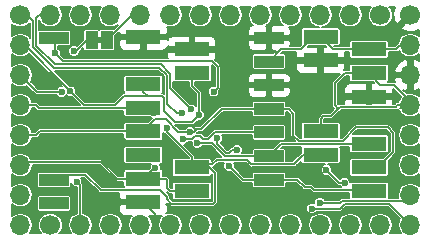
<source format=gbl>
G04 #@! TF.GenerationSoftware,KiCad,Pcbnew,6.0.0-rc1-unknown-a6325aa~66~ubuntu18.04.1*
G04 #@! TF.CreationDate,2018-09-11T11:38:00+02:00*
G04 #@! TF.ProjectId,STM32_Sensor,53544D33325F53656E736F722E6B6963,rev?*
G04 #@! TF.SameCoordinates,Original*
G04 #@! TF.FileFunction,Copper,L2,Bot,Signal*
G04 #@! TF.FilePolarity,Positive*
%FSLAX46Y46*%
G04 Gerber Fmt 4.6, Leading zero omitted, Abs format (unit mm)*
G04 Created by KiCad (PCBNEW 6.0.0-rc1-unknown-a6325aa~66~ubuntu18.04.1) date Tue Sep 11 11:38:00 2018*
%MOMM*%
%LPD*%
G01*
G04 APERTURE LIST*
G04 #@! TA.AperFunction,ComponentPad*
%ADD10C,1.700000*%
G04 #@! TD*
G04 #@! TA.AperFunction,ComponentPad*
%ADD11O,1.700000X1.700000*%
G04 #@! TD*
G04 #@! TA.AperFunction,SMDPad,CuDef*
%ADD12R,2.999740X1.198880*%
G04 #@! TD*
G04 #@! TA.AperFunction,SMDPad,CuDef*
%ADD13R,2.500000X1.000000*%
G04 #@! TD*
G04 #@! TA.AperFunction,SMDPad,CuDef*
%ADD14R,0.500000X0.600000*%
G04 #@! TD*
G04 #@! TA.AperFunction,SMDPad,CuDef*
%ADD15R,1.000000X1.500000*%
G04 #@! TD*
G04 #@! TA.AperFunction,ViaPad*
%ADD16C,0.600000*%
G04 #@! TD*
G04 #@! TA.AperFunction,Conductor*
%ADD17C,0.127000*%
G04 #@! TD*
G04 APERTURE END LIST*
D10*
G04 #@! TO.P,J3,1*
G04 #@! TO.N,PA15*
X158640000Y-91690000D03*
D11*
G04 #@! TO.P,J3,2*
G04 #@! TO.N,PB3*
X156100000Y-91690000D03*
G04 #@! TO.P,J3,3*
G04 #@! TO.N,PB4*
X153560000Y-91690000D03*
G04 #@! TO.P,J3,4*
G04 #@! TO.N,PB5*
X151020000Y-91690000D03*
G04 #@! TO.P,J3,5*
G04 #@! TO.N,PB6*
X148480000Y-91690000D03*
G04 #@! TO.P,J3,6*
G04 #@! TO.N,PB7*
X145940000Y-91690000D03*
G04 #@! TO.P,J3,7*
G04 #@! TO.N,PB8*
X143400000Y-91690000D03*
G04 #@! TO.P,J3,8*
G04 #@! TO.N,PB9*
X140860000Y-91690000D03*
G04 #@! TO.P,J3,9*
G04 #@! TO.N,VBAT*
X138320000Y-91690000D03*
G04 #@! TO.P,J3,10*
G04 #@! TO.N,PC13*
X135780000Y-91690000D03*
G04 #@! TO.P,J3,11*
G04 #@! TO.N,RST*
X133240000Y-91690000D03*
G04 #@! TO.P,J3,12*
G04 #@! TO.N,PA0*
X130700000Y-91690000D03*
G04 #@! TD*
D12*
G04 #@! TO.P,U2,14*
G04 #@! TO.N,GND*
X142681920Y-94580520D03*
G04 #@! TO.P,U2,13*
G04 #@! TO.N,PA2*
X142681920Y-96582040D03*
G04 #@! TO.P,U2,9*
G04 #@! TO.N,PA3*
X142681920Y-104577960D03*
G04 #@! TO.P,U2,8*
G04 #@! TO.N,MISO*
X142681920Y-106579480D03*
G04 #@! TO.P,U2,7*
G04 #@! TO.N,NSS*
X157678080Y-106579480D03*
G04 #@! TO.P,U2,6*
G04 #@! TO.N,SCK*
X157678080Y-104577960D03*
G04 #@! TO.P,U2,5*
G04 #@! TO.N,MOSI*
X157678080Y-102578980D03*
G04 #@! TO.P,U2,3*
G04 #@! TO.N,GND*
X157678080Y-98581020D03*
G04 #@! TO.P,U2,2*
G04 #@! TO.N,+3V3*
X157678080Y-96582040D03*
G04 #@! TO.P,U2,1*
G04 #@! TO.N,ANT*
X157678080Y-94580520D03*
G04 #@! TD*
G04 #@! TO.P,U4,14*
G04 #@! TO.N,PA3*
X153578080Y-103519740D03*
G04 #@! TO.P,U4,13*
G04 #@! TO.N,+3V3*
X153578080Y-101518220D03*
G04 #@! TO.P,U4,10*
G04 #@! TO.N,GND*
X153578080Y-95521280D03*
G04 #@! TO.P,U4,9*
G04 #@! TO.N,ANT*
X153578080Y-93522300D03*
G04 #@! TO.P,U4,8*
G04 #@! TO.N,GND*
X138581920Y-93522300D03*
G04 #@! TO.P,U4,6*
G04 #@! TO.N,PA2*
X138581920Y-97520260D03*
G04 #@! TO.P,U4,5*
G04 #@! TO.N,NSS*
X138581920Y-99521780D03*
G04 #@! TO.P,U4,4*
G04 #@! TO.N,SCK*
X138581920Y-101518220D03*
G04 #@! TO.P,U4,3*
G04 #@! TO.N,MOSI*
X138581920Y-103519740D03*
G04 #@! TO.P,U4,2*
G04 #@! TO.N,MISO*
X138581920Y-105518720D03*
G04 #@! TO.P,U4,1*
G04 #@! TO.N,GND*
X138581920Y-107517700D03*
G04 #@! TD*
D13*
G04 #@! TO.P,U3,1*
G04 #@! TO.N,PA2*
X131020000Y-107620000D03*
G04 #@! TO.P,U3,2*
G04 #@! TO.N,PA3*
X131020000Y-105620000D03*
G04 #@! TO.P,U3,8*
G04 #@! TO.N,+3V3*
X131020000Y-93620000D03*
G04 #@! TO.P,U3,9*
G04 #@! TO.N,GND*
X149220000Y-93620000D03*
G04 #@! TO.P,U3,10*
G04 #@! TO.N,ANT*
X149220000Y-95620000D03*
G04 #@! TO.P,U3,11*
G04 #@! TO.N,GND*
X149220000Y-97620000D03*
G04 #@! TO.P,U3,12*
G04 #@! TO.N,SCK*
X149220000Y-99620000D03*
G04 #@! TO.P,U3,13*
G04 #@! TO.N,MISO*
X149220000Y-101620000D03*
G04 #@! TO.P,U3,14*
G04 #@! TO.N,MOSI*
X149220000Y-103620000D03*
G04 #@! TO.P,U3,15*
G04 #@! TO.N,NSS*
X149220000Y-105620000D03*
G04 #@! TD*
D11*
G04 #@! TO.P,J1,8*
G04 #@! TO.N,PB0*
X128160000Y-109470000D03*
G04 #@! TO.P,J1,7*
G04 #@! TO.N,MOSI*
X128160000Y-106930000D03*
G04 #@! TO.P,J1,6*
G04 #@! TO.N,MISO*
X128160000Y-104390000D03*
G04 #@! TO.P,J1,5*
G04 #@! TO.N,SCK*
X128160000Y-101850000D03*
G04 #@! TO.P,J1,4*
G04 #@! TO.N,NSS*
X128160000Y-99310000D03*
G04 #@! TO.P,J1,3*
G04 #@! TO.N,PA3*
X128160000Y-96770000D03*
G04 #@! TO.P,J1,2*
G04 #@! TO.N,PA2*
X128160000Y-94230000D03*
D10*
G04 #@! TO.P,J1,1*
G04 #@! TO.N,PA1*
X128160000Y-91690000D03*
G04 #@! TD*
D11*
G04 #@! TO.P,J4,8*
G04 #@! TO.N,TX*
X161180000Y-109470000D03*
G04 #@! TO.P,J4,7*
G04 #@! TO.N,RX*
X161180000Y-106930000D03*
G04 #@! TO.P,J4,6*
G04 #@! TO.N,SWDIO*
X161180000Y-104390000D03*
G04 #@! TO.P,J4,5*
G04 #@! TO.N,SWDCLK*
X161180000Y-101850000D03*
G04 #@! TO.P,J4,4*
G04 #@! TO.N,+3V3*
X161180000Y-99310000D03*
G04 #@! TO.P,J4,3*
G04 #@! TO.N,GND*
X161180000Y-96770000D03*
G04 #@! TO.P,J4,2*
G04 #@! TO.N,ANT*
X161180000Y-94230000D03*
D10*
G04 #@! TO.P,J4,1*
G04 #@! TO.N,GND*
X161180000Y-91690000D03*
G04 #@! TD*
G04 #@! TO.P,J2,1*
G04 #@! TO.N,PB1*
X130700000Y-109470000D03*
D11*
G04 #@! TO.P,J2,2*
G04 #@! TO.N,PB2*
X133240000Y-109470000D03*
G04 #@! TO.P,J2,3*
G04 #@! TO.N,PB10*
X135780000Y-109470000D03*
G04 #@! TO.P,J2,4*
G04 #@! TO.N,PB11*
X138320000Y-109470000D03*
G04 #@! TO.P,J2,5*
G04 #@! TO.N,PB12*
X140860000Y-109470000D03*
G04 #@! TO.P,J2,6*
G04 #@! TO.N,PB13*
X143400000Y-109470000D03*
G04 #@! TO.P,J2,7*
G04 #@! TO.N,PB14*
X145940000Y-109470000D03*
G04 #@! TO.P,J2,8*
G04 #@! TO.N,PB15*
X148480000Y-109470000D03*
G04 #@! TO.P,J2,9*
G04 #@! TO.N,PA8*
X151020000Y-109470000D03*
G04 #@! TO.P,J2,10*
G04 #@! TO.N,PA11*
X153560000Y-109470000D03*
G04 #@! TO.P,J2,11*
G04 #@! TO.N,PA12*
X156100000Y-109470000D03*
G04 #@! TO.P,J2,12*
G04 #@! TO.N,+3V3*
X158640000Y-109470000D03*
G04 #@! TD*
D14*
G04 #@! TO.P,JP1,1*
G04 #@! TO.N,VBAT*
X134840000Y-93810000D03*
D15*
G04 #@! TO.P,JP1,2*
G04 #@! TO.N,Net-(C7-Pad2)*
X134190000Y-93810000D03*
G04 #@! TO.P,JP1,1*
G04 #@! TO.N,VBAT*
X135490000Y-93810000D03*
G04 #@! TD*
D16*
G04 #@! TO.N,GND*
X139690000Y-107610000D03*
X140210000Y-94850000D03*
X148990000Y-107560000D03*
X146160000Y-106840000D03*
X149700000Y-108940000D03*
X147210000Y-108700000D03*
X147850000Y-107600000D03*
X133840000Y-102440000D03*
X130160000Y-102950000D03*
X130390000Y-100530000D03*
X130490000Y-98840000D03*
X145550000Y-94620000D03*
X143990000Y-99790000D03*
X134610000Y-108830000D03*
X142680000Y-98620000D03*
X147030000Y-102590000D03*
X145020000Y-100870000D03*
X128720000Y-92970000D03*
X154850000Y-92380000D03*
X152240000Y-92300000D03*
X149770000Y-92250000D03*
X144730000Y-92320000D03*
X139570000Y-108960000D03*
X156170000Y-92990000D03*
X147240000Y-92080000D03*
X143630000Y-92960000D03*
X149200000Y-94670000D03*
X146340000Y-97850000D03*
X153890000Y-95220000D03*
X155720000Y-97360000D03*
X145400000Y-105700000D03*
X143950000Y-103320000D03*
X135260000Y-105630000D03*
X152760000Y-104630000D03*
X133600000Y-100840000D03*
X136190000Y-104340000D03*
X134570000Y-98190000D03*
X136270000Y-95080000D03*
X129440000Y-109880000D03*
X134130000Y-107460000D03*
X128730000Y-108260000D03*
X133600000Y-104660000D03*
X152020000Y-99610000D03*
X154290000Y-99260000D03*
X156180000Y-99970000D03*
X158760000Y-99950000D03*
X151110000Y-103690000D03*
X147160000Y-100800000D03*
X129670000Y-97440000D03*
X128820000Y-95390000D03*
X130370000Y-96730000D03*
X154890000Y-108720000D03*
X157150000Y-108440000D03*
X152250000Y-108720000D03*
X155570000Y-104860000D03*
X136312500Y-102800000D03*
X132890000Y-93590000D03*
G04 #@! TO.N,+3V3*
X144530000Y-98160000D03*
X131112500Y-94930000D03*
X154080000Y-104790000D03*
X152590000Y-101730000D03*
X155610000Y-105870000D03*
G04 #@! TO.N,RX*
X153510000Y-107550000D03*
G04 #@! TO.N,TX*
X152840000Y-108060000D03*
G04 #@! TO.N,PA1*
X141850000Y-100010000D03*
G04 #@! TO.N,PA0*
X142650000Y-99670000D03*
G04 #@! TO.N,MOSI*
X143150000Y-102500000D03*
X138581920Y-103519740D03*
X137380000Y-103740000D03*
G04 #@! TO.N,MISO*
X141920000Y-102150000D03*
X139590000Y-104610000D03*
G04 #@! TO.N,SCK*
X142520000Y-101580000D03*
G04 #@! TO.N,NSS*
X145850000Y-104450000D03*
X146510000Y-103110000D03*
X144850000Y-102120000D03*
X139460000Y-99930000D03*
G04 #@! TO.N,PA2*
X132410000Y-98140000D03*
X143290000Y-100140000D03*
X131160000Y-107490000D03*
G04 #@! TO.N,PA3*
X131660000Y-98180000D03*
X131217002Y-105620000D03*
X140540000Y-101280000D03*
G04 #@! TO.N,PB2*
X132930000Y-105770000D03*
G04 #@! TO.N,Net-(C7-Pad2)*
X132710000Y-94740000D03*
G04 #@! TO.N,ANT*
X158700000Y-94870000D03*
G04 #@! TD*
D17*
G04 #@! TO.N,GND*
X139570000Y-108505780D02*
X138581920Y-107517700D01*
X139570000Y-108960000D02*
X139570000Y-108505780D01*
G04 #@! TO.N,+3V3*
X161180000Y-99310000D02*
X160610000Y-99310000D01*
X160610000Y-99310000D02*
X160350000Y-99570000D01*
X161180000Y-99310000D02*
X161180000Y-98980000D01*
X161180000Y-98980000D02*
X159760000Y-97560000D01*
X158656040Y-97560000D02*
X157678080Y-96582040D01*
X159760000Y-97560000D02*
X158656040Y-97560000D01*
X144530000Y-98160000D02*
X144870000Y-97820000D01*
X144870000Y-97820000D02*
X144870000Y-96060000D01*
X144870000Y-96060000D02*
X144390000Y-95580000D01*
X131762500Y-95580000D02*
X131112500Y-94930000D01*
X144390000Y-95580000D02*
X131762500Y-95580000D01*
X131112500Y-93712500D02*
X131020000Y-93620000D01*
X131112500Y-94930000D02*
X131112500Y-93712500D01*
X158640000Y-109000000D02*
X158640000Y-109470000D01*
X153578080Y-101518220D02*
X153578080Y-100471920D01*
X153810000Y-100240000D02*
X154450000Y-100240000D01*
X153578080Y-100471920D02*
X153810000Y-100240000D01*
X155090000Y-99600000D02*
X154450000Y-100240000D01*
X154800000Y-99310000D02*
X155090000Y-99600000D01*
X154800000Y-97440000D02*
X154800000Y-99310000D01*
X157678080Y-96582040D02*
X155657960Y-96582040D01*
X155657960Y-96582040D02*
X154800000Y-97440000D01*
X155240000Y-99450000D02*
X155090000Y-99600000D01*
X159950000Y-99450000D02*
X155240000Y-99450000D01*
X161180000Y-99310000D02*
X160090000Y-99310000D01*
X160090000Y-99310000D02*
X159950000Y-99450000D01*
X155160000Y-105870000D02*
X154080000Y-104790000D01*
X155610000Y-105870000D02*
X155160000Y-105870000D01*
G04 #@! TO.N,RX*
X155260000Y-107550000D02*
X155410000Y-107400000D01*
X155410000Y-107400000D02*
X160710000Y-107400000D01*
X153510000Y-107550000D02*
X155260000Y-107550000D01*
X160710000Y-107400000D02*
X161180000Y-106930000D01*
G04 #@! TO.N,TX*
X152840000Y-108060000D02*
X155230000Y-108060000D01*
X155620000Y-107670000D02*
X159380000Y-107670000D01*
X155230000Y-108060000D02*
X155620000Y-107670000D01*
X159380000Y-107670000D02*
X161180000Y-109470000D01*
G04 #@! TO.N,PA1*
X140580000Y-99170000D02*
X141420000Y-100010000D01*
X140580000Y-96760000D02*
X140580000Y-99170000D01*
X128160000Y-91690000D02*
X128760000Y-91690000D01*
X128760000Y-91690000D02*
X129230000Y-92160000D01*
X130980000Y-96120000D02*
X139940000Y-96120000D01*
X129230000Y-92160000D02*
X129230000Y-94370000D01*
X141420000Y-100010000D02*
X141850000Y-100010000D01*
X129230000Y-94370000D02*
X130980000Y-96120000D01*
X139940000Y-96120000D02*
X140580000Y-96760000D01*
G04 #@! TO.N,PA0*
X129490000Y-94270000D02*
X129490000Y-91960000D01*
X131080000Y-95860000D02*
X129490000Y-94270000D01*
X140860000Y-97880000D02*
X140860000Y-96670000D01*
X140050000Y-95860000D02*
X131080000Y-95860000D01*
X140860000Y-96670000D02*
X140050000Y-95860000D01*
X129760000Y-91690000D02*
X130700000Y-91690000D01*
X129490000Y-91960000D02*
X129760000Y-91690000D01*
X142650000Y-99670000D02*
X140860000Y-97880000D01*
G04 #@! TO.N,MOSI*
X150261020Y-102578980D02*
X149220000Y-103620000D01*
X157678080Y-102578980D02*
X150261020Y-102578980D01*
X145490000Y-103620000D02*
X149220000Y-103620000D01*
X143150000Y-102500000D02*
X144370000Y-102500000D01*
X144370000Y-102500000D02*
X145490000Y-103620000D01*
G04 #@! TO.N,MISO*
X142681920Y-106579480D02*
X140849480Y-106579480D01*
X140849480Y-106579480D02*
X140600000Y-106330000D01*
X140600000Y-106330000D02*
X140600000Y-105640000D01*
X140478720Y-105518720D02*
X138581920Y-105518720D01*
X140600000Y-105640000D02*
X140478720Y-105518720D01*
X139490640Y-104610000D02*
X138581920Y-105518720D01*
X139590000Y-104610000D02*
X139490640Y-104610000D01*
X141920000Y-102150000D02*
X142730000Y-102150000D01*
X142940000Y-101940000D02*
X143410000Y-101940000D01*
X142730000Y-102150000D02*
X142940000Y-101940000D01*
X143410000Y-101940000D02*
X143660000Y-102190000D01*
X143660000Y-102190000D02*
X144040000Y-102190000D01*
X144040000Y-102190000D02*
X144610000Y-101620000D01*
X144610000Y-101620000D02*
X149220000Y-101620000D01*
X128390000Y-104160000D02*
X128160000Y-104390000D01*
X134980000Y-104160000D02*
X128390000Y-104160000D01*
X138581920Y-105518720D02*
X136338720Y-105518720D01*
X136338720Y-105518720D02*
X134980000Y-104160000D01*
G04 #@! TO.N,SCK*
X128160000Y-101850000D02*
X129510000Y-101850000D01*
X129841780Y-101518220D02*
X138581920Y-101518220D01*
X129510000Y-101850000D02*
X129841780Y-101518220D01*
X157678080Y-104577960D02*
X158442040Y-104577960D01*
X158442040Y-104577960D02*
X159750000Y-103270000D01*
X159750000Y-103270000D02*
X159750000Y-101670000D01*
X159750000Y-101670000D02*
X159270000Y-101190000D01*
X159270000Y-101190000D02*
X156600000Y-101190000D01*
X156600000Y-101190000D02*
X155465030Y-102324970D01*
X155465030Y-102324970D02*
X151734970Y-102324970D01*
X151734970Y-102324970D02*
X151290000Y-101880000D01*
X151290000Y-101880000D02*
X151290000Y-100030000D01*
X150880000Y-99620000D02*
X149220000Y-99620000D01*
X151290000Y-100030000D02*
X150880000Y-99620000D01*
X143480000Y-101350000D02*
X145210000Y-99620000D01*
X145210000Y-99620000D02*
X149220000Y-99620000D01*
X143480000Y-101350000D02*
X143070000Y-101350000D01*
X143000000Y-101420000D02*
X142900000Y-101520000D01*
X143000000Y-101420000D02*
X142840000Y-101580000D01*
X143070000Y-101350000D02*
X143000000Y-101420000D01*
X142840000Y-101580000D02*
X143070000Y-101350000D01*
X142520000Y-101580000D02*
X142840000Y-101580000D01*
X142520000Y-101580000D02*
X141540000Y-101580000D01*
X141540000Y-101580000D02*
X140480000Y-100520000D01*
X138581920Y-101508080D02*
X139570000Y-100520000D01*
X138581920Y-101518220D02*
X138581920Y-101508080D01*
X140480000Y-100520000D02*
X139570000Y-100520000D01*
G04 #@! TO.N,NSS*
X128160000Y-99310000D02*
X129490000Y-99310000D01*
X129701780Y-99521780D02*
X138581920Y-99521780D01*
X129490000Y-99310000D02*
X129701780Y-99521780D01*
X147020000Y-105620000D02*
X149220000Y-105620000D01*
X145850000Y-104450000D02*
X147020000Y-105620000D01*
X145590000Y-103350000D02*
X144850000Y-102610000D01*
X144850000Y-102610000D02*
X144850000Y-102120000D01*
X145870000Y-103350000D02*
X145590000Y-103350000D01*
X146510000Y-103110000D02*
X146110000Y-103110000D01*
X146110000Y-103110000D02*
X145870000Y-103350000D01*
X157628080Y-106529480D02*
X157678080Y-106579480D01*
X153029480Y-106529480D02*
X157628080Y-106529480D01*
X152760000Y-106260000D02*
X153029480Y-106529480D01*
X152260000Y-106260000D02*
X152760000Y-106260000D01*
X149220000Y-105620000D02*
X151620000Y-105620000D01*
X151620000Y-105620000D02*
X152260000Y-106260000D01*
X139051780Y-99521780D02*
X138581920Y-99521780D01*
X139460000Y-99930000D02*
X139051780Y-99521780D01*
G04 #@! TO.N,PA2*
X128160000Y-94230000D02*
X128160000Y-94430000D01*
X140310000Y-98720000D02*
X140120000Y-98530000D01*
X140310000Y-99780000D02*
X140310000Y-98720000D01*
X143290000Y-98290000D02*
X142681920Y-97681920D01*
X138960000Y-98530000D02*
X138581920Y-98151920D01*
X143290000Y-100140000D02*
X142730000Y-100700000D01*
X140120000Y-98530000D02*
X138960000Y-98530000D01*
X143290000Y-100140000D02*
X143290000Y-98290000D01*
X142681920Y-97681920D02*
X142681920Y-96582040D01*
X138581920Y-98151920D02*
X138581920Y-97520260D01*
X141230000Y-100700000D02*
X140310000Y-99780000D01*
X142730000Y-100700000D02*
X141230000Y-100700000D01*
X133530000Y-99260000D02*
X132410000Y-98140000D01*
X136210000Y-99260000D02*
X133530000Y-99260000D01*
X138960000Y-98530000D02*
X136940000Y-98530000D01*
X136940000Y-98530000D02*
X136210000Y-99260000D01*
X128570000Y-94230000D02*
X128160000Y-94230000D01*
X132410000Y-98070000D02*
X128570000Y-94230000D01*
X132410000Y-98140000D02*
X132410000Y-98070000D01*
G04 #@! TO.N,PA3*
X128160000Y-96770000D02*
X129009999Y-97619999D01*
X129009999Y-97619999D02*
X129570000Y-98180000D01*
X129570000Y-98180000D02*
X131660000Y-98180000D01*
X140540000Y-101560000D02*
X142681920Y-103701920D01*
X140540000Y-101280000D02*
X140540000Y-101560000D01*
X142681920Y-103701920D02*
X142681920Y-104577960D01*
X142929880Y-104330000D02*
X142681920Y-104577960D01*
X153578080Y-103519740D02*
X152110260Y-103519740D01*
X152110260Y-103519740D02*
X151300000Y-104330000D01*
X147730000Y-104330000D02*
X147730000Y-104280000D01*
X151300000Y-104330000D02*
X147730000Y-104330000D01*
X147730000Y-104280000D02*
X147380000Y-103930000D01*
X144810000Y-103930000D02*
X144410000Y-104330000D01*
X147380000Y-103930000D02*
X144810000Y-103930000D01*
X144410000Y-104330000D02*
X142929880Y-104330000D01*
X144480000Y-107640000D02*
X144640000Y-107480000D01*
X144147960Y-104577960D02*
X142681920Y-104577960D01*
X140960000Y-107640000D02*
X144480000Y-107640000D01*
X131020000Y-105620000D02*
X131430000Y-105210000D01*
X133680000Y-105210000D02*
X134990000Y-106520000D01*
X144640000Y-105070000D02*
X144147960Y-104577960D01*
X144640000Y-107480000D02*
X144640000Y-105070000D01*
X134990000Y-106520000D02*
X140026432Y-106520000D01*
X140600000Y-107280000D02*
X140960000Y-107640000D01*
X131430000Y-105210000D02*
X133680000Y-105210000D01*
X140026432Y-106520000D02*
X140600000Y-107093568D01*
X140600000Y-107093568D02*
X140600000Y-107280000D01*
G04 #@! TO.N,VBAT*
X137610000Y-91690000D02*
X135490000Y-93810000D01*
X138320000Y-91690000D02*
X137610000Y-91690000D01*
X135490000Y-93810000D02*
X134880501Y-93810000D01*
G04 #@! TO.N,PB2*
X133250000Y-106090000D02*
X132930000Y-105770000D01*
X133250000Y-106990000D02*
X133250000Y-106090000D01*
X133240000Y-109470000D02*
X133240000Y-107000000D01*
X133240000Y-107000000D02*
X133250000Y-106990000D01*
G04 #@! TO.N,Net-(C7-Pad2)*
X133810000Y-93810000D02*
X134190000Y-93810000D01*
X132880000Y-94740000D02*
X133810000Y-93810000D01*
X132710000Y-94740000D02*
X132880000Y-94740000D01*
G04 #@! TO.N,ANT*
X157300520Y-94600520D02*
X156798080Y-94600520D01*
X161180000Y-94230000D02*
X160350000Y-94230000D01*
X159999480Y-94580520D02*
X157678080Y-94580520D01*
X160350000Y-94230000D02*
X159999480Y-94580520D01*
X154636300Y-94580520D02*
X153578080Y-93522300D01*
X157678080Y-94580520D02*
X154636300Y-94580520D01*
X153578080Y-93522300D02*
X152967700Y-93522300D01*
X152967700Y-93522300D02*
X151920000Y-94570000D01*
X150270000Y-94570000D02*
X149220000Y-95620000D01*
X151920000Y-94570000D02*
X150270000Y-94570000D01*
X158700000Y-94870000D02*
X158410520Y-94580520D01*
X158410520Y-94580520D02*
X157678080Y-94580520D01*
G04 #@! TD*
G04 #@! TO.N,GND*
G36*
X145359500Y-104352434D02*
X145359500Y-104547566D01*
X145434175Y-104727846D01*
X145572154Y-104865825D01*
X145752434Y-104940500D01*
X145947566Y-104940500D01*
X145971413Y-104930622D01*
X146822704Y-105781914D01*
X146836876Y-105803124D01*
X146920894Y-105859263D01*
X146974874Y-105870000D01*
X147020000Y-105878976D01*
X147045017Y-105874000D01*
X147775768Y-105874000D01*
X147775768Y-106120000D01*
X147790553Y-106194329D01*
X147832657Y-106257343D01*
X147895671Y-106299447D01*
X147970000Y-106314232D01*
X150470000Y-106314232D01*
X150544329Y-106299447D01*
X150607343Y-106257343D01*
X150649447Y-106194329D01*
X150664232Y-106120000D01*
X150664232Y-105874000D01*
X151514791Y-105874000D01*
X152062706Y-106421917D01*
X152076876Y-106443124D01*
X152098083Y-106457294D01*
X152098084Y-106457295D01*
X152160894Y-106499263D01*
X152260000Y-106518976D01*
X152285017Y-106514000D01*
X152654791Y-106514000D01*
X152832184Y-106691393D01*
X152846356Y-106712604D01*
X152930374Y-106768743D01*
X153004463Y-106783480D01*
X153004464Y-106783480D01*
X153029479Y-106788456D01*
X153054494Y-106783480D01*
X155983978Y-106783480D01*
X155983978Y-107146000D01*
X155435014Y-107146000D01*
X155409999Y-107141024D01*
X155384984Y-107146000D01*
X155384983Y-107146000D01*
X155310894Y-107160737D01*
X155226876Y-107216876D01*
X155212702Y-107238089D01*
X155154791Y-107296000D01*
X153935702Y-107296000D01*
X153925825Y-107272154D01*
X153787846Y-107134175D01*
X153607566Y-107059500D01*
X153412434Y-107059500D01*
X153232154Y-107134175D01*
X153094175Y-107272154D01*
X153019500Y-107452434D01*
X153019500Y-107603438D01*
X152937566Y-107569500D01*
X152742434Y-107569500D01*
X152562154Y-107644175D01*
X152424175Y-107782154D01*
X152349500Y-107962434D01*
X152349500Y-108157566D01*
X152424175Y-108337846D01*
X152562154Y-108475825D01*
X152742434Y-108550500D01*
X152937566Y-108550500D01*
X153117846Y-108475825D01*
X153255825Y-108337846D01*
X153265702Y-108314000D01*
X155204984Y-108314000D01*
X155230000Y-108318976D01*
X155255016Y-108314000D01*
X155255017Y-108314000D01*
X155329106Y-108299263D01*
X155413124Y-108243124D01*
X155427298Y-108221911D01*
X155725210Y-107924000D01*
X159274791Y-107924000D01*
X160285963Y-108935172D01*
X160199871Y-109064017D01*
X160119116Y-109470000D01*
X160199871Y-109875983D01*
X160393989Y-110166500D01*
X159426011Y-110166500D01*
X159620129Y-109875983D01*
X159700884Y-109470000D01*
X159620129Y-109064017D01*
X159390158Y-108719842D01*
X159045983Y-108489871D01*
X158742477Y-108429500D01*
X158537523Y-108429500D01*
X158234017Y-108489871D01*
X157889842Y-108719842D01*
X157659871Y-109064017D01*
X157579116Y-109470000D01*
X157659871Y-109875983D01*
X157853989Y-110166500D01*
X156886011Y-110166500D01*
X157080129Y-109875983D01*
X157160884Y-109470000D01*
X157080129Y-109064017D01*
X156850158Y-108719842D01*
X156505983Y-108489871D01*
X156202477Y-108429500D01*
X155997523Y-108429500D01*
X155694017Y-108489871D01*
X155349842Y-108719842D01*
X155119871Y-109064017D01*
X155039116Y-109470000D01*
X155119871Y-109875983D01*
X155313989Y-110166500D01*
X154346011Y-110166500D01*
X154540129Y-109875983D01*
X154620884Y-109470000D01*
X154540129Y-109064017D01*
X154310158Y-108719842D01*
X153965983Y-108489871D01*
X153662477Y-108429500D01*
X153457523Y-108429500D01*
X153154017Y-108489871D01*
X152809842Y-108719842D01*
X152579871Y-109064017D01*
X152499116Y-109470000D01*
X152579871Y-109875983D01*
X152773989Y-110166500D01*
X151806011Y-110166500D01*
X152000129Y-109875983D01*
X152080884Y-109470000D01*
X152000129Y-109064017D01*
X151770158Y-108719842D01*
X151425983Y-108489871D01*
X151122477Y-108429500D01*
X150917523Y-108429500D01*
X150614017Y-108489871D01*
X150269842Y-108719842D01*
X150039871Y-109064017D01*
X149959116Y-109470000D01*
X150039871Y-109875983D01*
X150233989Y-110166500D01*
X149266011Y-110166500D01*
X149460129Y-109875983D01*
X149540884Y-109470000D01*
X149460129Y-109064017D01*
X149230158Y-108719842D01*
X148885983Y-108489871D01*
X148582477Y-108429500D01*
X148377523Y-108429500D01*
X148074017Y-108489871D01*
X147729842Y-108719842D01*
X147499871Y-109064017D01*
X147419116Y-109470000D01*
X147499871Y-109875983D01*
X147693989Y-110166500D01*
X146726011Y-110166500D01*
X146920129Y-109875983D01*
X147000884Y-109470000D01*
X146920129Y-109064017D01*
X146690158Y-108719842D01*
X146345983Y-108489871D01*
X146042477Y-108429500D01*
X145837523Y-108429500D01*
X145534017Y-108489871D01*
X145189842Y-108719842D01*
X144959871Y-109064017D01*
X144879116Y-109470000D01*
X144959871Y-109875983D01*
X145153989Y-110166500D01*
X144186011Y-110166500D01*
X144380129Y-109875983D01*
X144460884Y-109470000D01*
X144380129Y-109064017D01*
X144150158Y-108719842D01*
X143805983Y-108489871D01*
X143502477Y-108429500D01*
X143297523Y-108429500D01*
X142994017Y-108489871D01*
X142649842Y-108719842D01*
X142419871Y-109064017D01*
X142339116Y-109470000D01*
X142419871Y-109875983D01*
X142613989Y-110166500D01*
X141646011Y-110166500D01*
X141840129Y-109875983D01*
X141920884Y-109470000D01*
X141840129Y-109064017D01*
X141610158Y-108719842D01*
X141265983Y-108489871D01*
X140962477Y-108429500D01*
X140757523Y-108429500D01*
X140532991Y-108474162D01*
X140566284Y-108440869D01*
X140653290Y-108230819D01*
X140653290Y-107851075D01*
X140510417Y-107708202D01*
X140653290Y-107708202D01*
X140653290Y-107692500D01*
X140762704Y-107801914D01*
X140776876Y-107823124D01*
X140857322Y-107876876D01*
X140860894Y-107879263D01*
X140960000Y-107898976D01*
X140985017Y-107894000D01*
X144454984Y-107894000D01*
X144480000Y-107898976D01*
X144505016Y-107894000D01*
X144505017Y-107894000D01*
X144579106Y-107879263D01*
X144663124Y-107823124D01*
X144677298Y-107801911D01*
X144801911Y-107677298D01*
X144823124Y-107663124D01*
X144879263Y-107579106D01*
X144894000Y-107505017D01*
X144894000Y-107505016D01*
X144898976Y-107480001D01*
X144894000Y-107454986D01*
X144894000Y-105095017D01*
X144898976Y-105070000D01*
X144890399Y-105026877D01*
X144879263Y-104970894D01*
X144858990Y-104940553D01*
X144837295Y-104908084D01*
X144837294Y-104908083D01*
X144823124Y-104886876D01*
X144801916Y-104872706D01*
X144500237Y-104571027D01*
X144509106Y-104569263D01*
X144593124Y-104513124D01*
X144607298Y-104491911D01*
X144915210Y-104184000D01*
X145429268Y-104184000D01*
X145359500Y-104352434D01*
X145359500Y-104352434D01*
G37*
X145359500Y-104352434D02*
X145359500Y-104547566D01*
X145434175Y-104727846D01*
X145572154Y-104865825D01*
X145752434Y-104940500D01*
X145947566Y-104940500D01*
X145971413Y-104930622D01*
X146822704Y-105781914D01*
X146836876Y-105803124D01*
X146920894Y-105859263D01*
X146974874Y-105870000D01*
X147020000Y-105878976D01*
X147045017Y-105874000D01*
X147775768Y-105874000D01*
X147775768Y-106120000D01*
X147790553Y-106194329D01*
X147832657Y-106257343D01*
X147895671Y-106299447D01*
X147970000Y-106314232D01*
X150470000Y-106314232D01*
X150544329Y-106299447D01*
X150607343Y-106257343D01*
X150649447Y-106194329D01*
X150664232Y-106120000D01*
X150664232Y-105874000D01*
X151514791Y-105874000D01*
X152062706Y-106421917D01*
X152076876Y-106443124D01*
X152098083Y-106457294D01*
X152098084Y-106457295D01*
X152160894Y-106499263D01*
X152260000Y-106518976D01*
X152285017Y-106514000D01*
X152654791Y-106514000D01*
X152832184Y-106691393D01*
X152846356Y-106712604D01*
X152930374Y-106768743D01*
X153004463Y-106783480D01*
X153004464Y-106783480D01*
X153029479Y-106788456D01*
X153054494Y-106783480D01*
X155983978Y-106783480D01*
X155983978Y-107146000D01*
X155435014Y-107146000D01*
X155409999Y-107141024D01*
X155384984Y-107146000D01*
X155384983Y-107146000D01*
X155310894Y-107160737D01*
X155226876Y-107216876D01*
X155212702Y-107238089D01*
X155154791Y-107296000D01*
X153935702Y-107296000D01*
X153925825Y-107272154D01*
X153787846Y-107134175D01*
X153607566Y-107059500D01*
X153412434Y-107059500D01*
X153232154Y-107134175D01*
X153094175Y-107272154D01*
X153019500Y-107452434D01*
X153019500Y-107603438D01*
X152937566Y-107569500D01*
X152742434Y-107569500D01*
X152562154Y-107644175D01*
X152424175Y-107782154D01*
X152349500Y-107962434D01*
X152349500Y-108157566D01*
X152424175Y-108337846D01*
X152562154Y-108475825D01*
X152742434Y-108550500D01*
X152937566Y-108550500D01*
X153117846Y-108475825D01*
X153255825Y-108337846D01*
X153265702Y-108314000D01*
X155204984Y-108314000D01*
X155230000Y-108318976D01*
X155255016Y-108314000D01*
X155255017Y-108314000D01*
X155329106Y-108299263D01*
X155413124Y-108243124D01*
X155427298Y-108221911D01*
X155725210Y-107924000D01*
X159274791Y-107924000D01*
X160285963Y-108935172D01*
X160199871Y-109064017D01*
X160119116Y-109470000D01*
X160199871Y-109875983D01*
X160393989Y-110166500D01*
X159426011Y-110166500D01*
X159620129Y-109875983D01*
X159700884Y-109470000D01*
X159620129Y-109064017D01*
X159390158Y-108719842D01*
X159045983Y-108489871D01*
X158742477Y-108429500D01*
X158537523Y-108429500D01*
X158234017Y-108489871D01*
X157889842Y-108719842D01*
X157659871Y-109064017D01*
X157579116Y-109470000D01*
X157659871Y-109875983D01*
X157853989Y-110166500D01*
X156886011Y-110166500D01*
X157080129Y-109875983D01*
X157160884Y-109470000D01*
X157080129Y-109064017D01*
X156850158Y-108719842D01*
X156505983Y-108489871D01*
X156202477Y-108429500D01*
X155997523Y-108429500D01*
X155694017Y-108489871D01*
X155349842Y-108719842D01*
X155119871Y-109064017D01*
X155039116Y-109470000D01*
X155119871Y-109875983D01*
X155313989Y-110166500D01*
X154346011Y-110166500D01*
X154540129Y-109875983D01*
X154620884Y-109470000D01*
X154540129Y-109064017D01*
X154310158Y-108719842D01*
X153965983Y-108489871D01*
X153662477Y-108429500D01*
X153457523Y-108429500D01*
X153154017Y-108489871D01*
X152809842Y-108719842D01*
X152579871Y-109064017D01*
X152499116Y-109470000D01*
X152579871Y-109875983D01*
X152773989Y-110166500D01*
X151806011Y-110166500D01*
X152000129Y-109875983D01*
X152080884Y-109470000D01*
X152000129Y-109064017D01*
X151770158Y-108719842D01*
X151425983Y-108489871D01*
X151122477Y-108429500D01*
X150917523Y-108429500D01*
X150614017Y-108489871D01*
X150269842Y-108719842D01*
X150039871Y-109064017D01*
X149959116Y-109470000D01*
X150039871Y-109875983D01*
X150233989Y-110166500D01*
X149266011Y-110166500D01*
X149460129Y-109875983D01*
X149540884Y-109470000D01*
X149460129Y-109064017D01*
X149230158Y-108719842D01*
X148885983Y-108489871D01*
X148582477Y-108429500D01*
X148377523Y-108429500D01*
X148074017Y-108489871D01*
X147729842Y-108719842D01*
X147499871Y-109064017D01*
X147419116Y-109470000D01*
X147499871Y-109875983D01*
X147693989Y-110166500D01*
X146726011Y-110166500D01*
X146920129Y-109875983D01*
X147000884Y-109470000D01*
X146920129Y-109064017D01*
X146690158Y-108719842D01*
X146345983Y-108489871D01*
X146042477Y-108429500D01*
X145837523Y-108429500D01*
X145534017Y-108489871D01*
X145189842Y-108719842D01*
X144959871Y-109064017D01*
X144879116Y-109470000D01*
X144959871Y-109875983D01*
X145153989Y-110166500D01*
X144186011Y-110166500D01*
X144380129Y-109875983D01*
X144460884Y-109470000D01*
X144380129Y-109064017D01*
X144150158Y-108719842D01*
X143805983Y-108489871D01*
X143502477Y-108429500D01*
X143297523Y-108429500D01*
X142994017Y-108489871D01*
X142649842Y-108719842D01*
X142419871Y-109064017D01*
X142339116Y-109470000D01*
X142419871Y-109875983D01*
X142613989Y-110166500D01*
X141646011Y-110166500D01*
X141840129Y-109875983D01*
X141920884Y-109470000D01*
X141840129Y-109064017D01*
X141610158Y-108719842D01*
X141265983Y-108489871D01*
X140962477Y-108429500D01*
X140757523Y-108429500D01*
X140532991Y-108474162D01*
X140566284Y-108440869D01*
X140653290Y-108230819D01*
X140653290Y-107851075D01*
X140510417Y-107708202D01*
X140653290Y-107708202D01*
X140653290Y-107692500D01*
X140762704Y-107801914D01*
X140776876Y-107823124D01*
X140857322Y-107876876D01*
X140860894Y-107879263D01*
X140960000Y-107898976D01*
X140985017Y-107894000D01*
X144454984Y-107894000D01*
X144480000Y-107898976D01*
X144505016Y-107894000D01*
X144505017Y-107894000D01*
X144579106Y-107879263D01*
X144663124Y-107823124D01*
X144677298Y-107801911D01*
X144801911Y-107677298D01*
X144823124Y-107663124D01*
X144879263Y-107579106D01*
X144894000Y-107505017D01*
X144894000Y-107505016D01*
X144898976Y-107480001D01*
X144894000Y-107454986D01*
X144894000Y-105095017D01*
X144898976Y-105070000D01*
X144890399Y-105026877D01*
X144879263Y-104970894D01*
X144858990Y-104940553D01*
X144837295Y-104908084D01*
X144837294Y-104908083D01*
X144823124Y-104886876D01*
X144801916Y-104872706D01*
X144500237Y-104571027D01*
X144509106Y-104569263D01*
X144593124Y-104513124D01*
X144607298Y-104491911D01*
X144915210Y-104184000D01*
X145429268Y-104184000D01*
X145359500Y-104352434D01*
G36*
X136141424Y-105680634D02*
X136155596Y-105701844D01*
X136239614Y-105757983D01*
X136313703Y-105772720D01*
X136313704Y-105772720D01*
X136338719Y-105777696D01*
X136363734Y-105772720D01*
X136887818Y-105772720D01*
X136887818Y-106118160D01*
X136902603Y-106192489D01*
X136944707Y-106255503D01*
X136960417Y-106266000D01*
X135095210Y-106266000D01*
X133877298Y-105048089D01*
X133863124Y-105026876D01*
X133779106Y-104970737D01*
X133705017Y-104956000D01*
X133705016Y-104956000D01*
X133680000Y-104951024D01*
X133654984Y-104956000D01*
X132367447Y-104956000D01*
X132344329Y-104940553D01*
X132270000Y-104925768D01*
X129770000Y-104925768D01*
X129695671Y-104940553D01*
X129632657Y-104982657D01*
X129590553Y-105045671D01*
X129575768Y-105120000D01*
X129575768Y-106120000D01*
X129590553Y-106194329D01*
X129632657Y-106257343D01*
X129695671Y-106299447D01*
X129770000Y-106314232D01*
X132270000Y-106314232D01*
X132344329Y-106299447D01*
X132407343Y-106257343D01*
X132449447Y-106194329D01*
X132464232Y-106120000D01*
X132464232Y-105927274D01*
X132514175Y-106047846D01*
X132652154Y-106185825D01*
X132832434Y-106260500D01*
X132996001Y-106260500D01*
X132996000Y-106924709D01*
X132981024Y-107000000D01*
X132986001Y-107025021D01*
X132986000Y-108459640D01*
X132834017Y-108489871D01*
X132489842Y-108719842D01*
X132259871Y-109064017D01*
X132179116Y-109470000D01*
X132259871Y-109875983D01*
X132453989Y-110166500D01*
X131474990Y-110166500D01*
X131582094Y-110059396D01*
X131740500Y-109676968D01*
X131740500Y-109263032D01*
X131582094Y-108880604D01*
X131289396Y-108587906D01*
X130906968Y-108429500D01*
X130493032Y-108429500D01*
X130110604Y-108587906D01*
X129817906Y-108880604D01*
X129659500Y-109263032D01*
X129659500Y-109676968D01*
X129817906Y-110059396D01*
X129925010Y-110166500D01*
X128946011Y-110166500D01*
X129140129Y-109875983D01*
X129220884Y-109470000D01*
X129140129Y-109064017D01*
X128910158Y-108719842D01*
X128565983Y-108489871D01*
X128262477Y-108429500D01*
X128057523Y-108429500D01*
X127754017Y-108489871D01*
X127463500Y-108683989D01*
X127463500Y-107716011D01*
X127754017Y-107910129D01*
X128057523Y-107970500D01*
X128262477Y-107970500D01*
X128565983Y-107910129D01*
X128910158Y-107680158D01*
X129140129Y-107335983D01*
X129183090Y-107120000D01*
X129575768Y-107120000D01*
X129575768Y-108120000D01*
X129590553Y-108194329D01*
X129632657Y-108257343D01*
X129695671Y-108299447D01*
X129770000Y-108314232D01*
X132270000Y-108314232D01*
X132344329Y-108299447D01*
X132407343Y-108257343D01*
X132449447Y-108194329D01*
X132464232Y-108120000D01*
X132464232Y-107120000D01*
X132449447Y-107045671D01*
X132407343Y-106982657D01*
X132344329Y-106940553D01*
X132270000Y-106925768D01*
X129770000Y-106925768D01*
X129695671Y-106940553D01*
X129632657Y-106982657D01*
X129590553Y-107045671D01*
X129575768Y-107120000D01*
X129183090Y-107120000D01*
X129220884Y-106930000D01*
X129140129Y-106524017D01*
X128910158Y-106179842D01*
X128565983Y-105949871D01*
X128262477Y-105889500D01*
X128057523Y-105889500D01*
X127754017Y-105949871D01*
X127463500Y-106143989D01*
X127463500Y-105176011D01*
X127754017Y-105370129D01*
X128057523Y-105430500D01*
X128262477Y-105430500D01*
X128565983Y-105370129D01*
X128910158Y-105140158D01*
X129140129Y-104795983D01*
X129216110Y-104414000D01*
X134874791Y-104414000D01*
X136141424Y-105680634D01*
X136141424Y-105680634D01*
G37*
X136141424Y-105680634D02*
X136155596Y-105701844D01*
X136239614Y-105757983D01*
X136313703Y-105772720D01*
X136313704Y-105772720D01*
X136338719Y-105777696D01*
X136363734Y-105772720D01*
X136887818Y-105772720D01*
X136887818Y-106118160D01*
X136902603Y-106192489D01*
X136944707Y-106255503D01*
X136960417Y-106266000D01*
X135095210Y-106266000D01*
X133877298Y-105048089D01*
X133863124Y-105026876D01*
X133779106Y-104970737D01*
X133705017Y-104956000D01*
X133705016Y-104956000D01*
X133680000Y-104951024D01*
X133654984Y-104956000D01*
X132367447Y-104956000D01*
X132344329Y-104940553D01*
X132270000Y-104925768D01*
X129770000Y-104925768D01*
X129695671Y-104940553D01*
X129632657Y-104982657D01*
X129590553Y-105045671D01*
X129575768Y-105120000D01*
X129575768Y-106120000D01*
X129590553Y-106194329D01*
X129632657Y-106257343D01*
X129695671Y-106299447D01*
X129770000Y-106314232D01*
X132270000Y-106314232D01*
X132344329Y-106299447D01*
X132407343Y-106257343D01*
X132449447Y-106194329D01*
X132464232Y-106120000D01*
X132464232Y-105927274D01*
X132514175Y-106047846D01*
X132652154Y-106185825D01*
X132832434Y-106260500D01*
X132996001Y-106260500D01*
X132996000Y-106924709D01*
X132981024Y-107000000D01*
X132986001Y-107025021D01*
X132986000Y-108459640D01*
X132834017Y-108489871D01*
X132489842Y-108719842D01*
X132259871Y-109064017D01*
X132179116Y-109470000D01*
X132259871Y-109875983D01*
X132453989Y-110166500D01*
X131474990Y-110166500D01*
X131582094Y-110059396D01*
X131740500Y-109676968D01*
X131740500Y-109263032D01*
X131582094Y-108880604D01*
X131289396Y-108587906D01*
X130906968Y-108429500D01*
X130493032Y-108429500D01*
X130110604Y-108587906D01*
X129817906Y-108880604D01*
X129659500Y-109263032D01*
X129659500Y-109676968D01*
X129817906Y-110059396D01*
X129925010Y-110166500D01*
X128946011Y-110166500D01*
X129140129Y-109875983D01*
X129220884Y-109470000D01*
X129140129Y-109064017D01*
X128910158Y-108719842D01*
X128565983Y-108489871D01*
X128262477Y-108429500D01*
X128057523Y-108429500D01*
X127754017Y-108489871D01*
X127463500Y-108683989D01*
X127463500Y-107716011D01*
X127754017Y-107910129D01*
X128057523Y-107970500D01*
X128262477Y-107970500D01*
X128565983Y-107910129D01*
X128910158Y-107680158D01*
X129140129Y-107335983D01*
X129183090Y-107120000D01*
X129575768Y-107120000D01*
X129575768Y-108120000D01*
X129590553Y-108194329D01*
X129632657Y-108257343D01*
X129695671Y-108299447D01*
X129770000Y-108314232D01*
X132270000Y-108314232D01*
X132344329Y-108299447D01*
X132407343Y-108257343D01*
X132449447Y-108194329D01*
X132464232Y-108120000D01*
X132464232Y-107120000D01*
X132449447Y-107045671D01*
X132407343Y-106982657D01*
X132344329Y-106940553D01*
X132270000Y-106925768D01*
X129770000Y-106925768D01*
X129695671Y-106940553D01*
X129632657Y-106982657D01*
X129590553Y-107045671D01*
X129575768Y-107120000D01*
X129183090Y-107120000D01*
X129220884Y-106930000D01*
X129140129Y-106524017D01*
X128910158Y-106179842D01*
X128565983Y-105949871D01*
X128262477Y-105889500D01*
X128057523Y-105889500D01*
X127754017Y-105949871D01*
X127463500Y-106143989D01*
X127463500Y-105176011D01*
X127754017Y-105370129D01*
X128057523Y-105430500D01*
X128262477Y-105430500D01*
X128565983Y-105370129D01*
X128910158Y-105140158D01*
X129140129Y-104795983D01*
X129216110Y-104414000D01*
X134874791Y-104414000D01*
X136141424Y-105680634D01*
G36*
X140109842Y-108719842D02*
X139879871Y-109064017D01*
X139799116Y-109470000D01*
X139879871Y-109875983D01*
X140073989Y-110166500D01*
X139106011Y-110166500D01*
X139300129Y-109875983D01*
X139380884Y-109470000D01*
X139300129Y-109064017D01*
X139070158Y-108719842D01*
X139023461Y-108688640D01*
X140156539Y-108688640D01*
X140109842Y-108719842D01*
X140109842Y-108719842D01*
G37*
X140109842Y-108719842D02*
X139879871Y-109064017D01*
X139799116Y-109470000D01*
X139879871Y-109875983D01*
X140073989Y-110166500D01*
X139106011Y-110166500D01*
X139300129Y-109875983D01*
X139380884Y-109470000D01*
X139300129Y-109064017D01*
X139070158Y-108719842D01*
X139023461Y-108688640D01*
X140156539Y-108688640D01*
X140109842Y-108719842D01*
G36*
X134792704Y-106681914D02*
X134806876Y-106703124D01*
X134890894Y-106759263D01*
X134990000Y-106778976D01*
X135015017Y-106774000D01*
X136523217Y-106774000D01*
X136510550Y-106804581D01*
X136510550Y-107184325D01*
X136653425Y-107327200D01*
X138391420Y-107327200D01*
X138391420Y-107307200D01*
X138772420Y-107307200D01*
X138772420Y-107327200D01*
X138792420Y-107327200D01*
X138792420Y-107708200D01*
X138772420Y-107708200D01*
X138772420Y-107728200D01*
X138391420Y-107728200D01*
X138391420Y-107708200D01*
X136653425Y-107708200D01*
X136510550Y-107851075D01*
X136510550Y-108230819D01*
X136597556Y-108440869D01*
X136758322Y-108601634D01*
X136968372Y-108688640D01*
X137616539Y-108688640D01*
X137569842Y-108719842D01*
X137339871Y-109064017D01*
X137259116Y-109470000D01*
X137339871Y-109875983D01*
X137533989Y-110166500D01*
X136566011Y-110166500D01*
X136760129Y-109875983D01*
X136840884Y-109470000D01*
X136760129Y-109064017D01*
X136530158Y-108719842D01*
X136185983Y-108489871D01*
X135882477Y-108429500D01*
X135677523Y-108429500D01*
X135374017Y-108489871D01*
X135029842Y-108719842D01*
X134799871Y-109064017D01*
X134719116Y-109470000D01*
X134799871Y-109875983D01*
X134993989Y-110166500D01*
X134026011Y-110166500D01*
X134220129Y-109875983D01*
X134300884Y-109470000D01*
X134220129Y-109064017D01*
X133990158Y-108719842D01*
X133645983Y-108489871D01*
X133494000Y-108459640D01*
X133494000Y-107065291D01*
X133504000Y-107015017D01*
X133504000Y-107015016D01*
X133508976Y-106990001D01*
X133504000Y-106964986D01*
X133504000Y-106115014D01*
X133508976Y-106089999D01*
X133495199Y-106020737D01*
X133489263Y-105990894D01*
X133433124Y-105906876D01*
X133411914Y-105892704D01*
X133410622Y-105891412D01*
X133420500Y-105867566D01*
X133420500Y-105672434D01*
X133345825Y-105492154D01*
X133317671Y-105464000D01*
X133574791Y-105464000D01*
X134792704Y-106681914D01*
X134792704Y-106681914D01*
G37*
X134792704Y-106681914D02*
X134806876Y-106703124D01*
X134890894Y-106759263D01*
X134990000Y-106778976D01*
X135015017Y-106774000D01*
X136523217Y-106774000D01*
X136510550Y-106804581D01*
X136510550Y-107184325D01*
X136653425Y-107327200D01*
X138391420Y-107327200D01*
X138391420Y-107307200D01*
X138772420Y-107307200D01*
X138772420Y-107327200D01*
X138792420Y-107327200D01*
X138792420Y-107708200D01*
X138772420Y-107708200D01*
X138772420Y-107728200D01*
X138391420Y-107728200D01*
X138391420Y-107708200D01*
X136653425Y-107708200D01*
X136510550Y-107851075D01*
X136510550Y-108230819D01*
X136597556Y-108440869D01*
X136758322Y-108601634D01*
X136968372Y-108688640D01*
X137616539Y-108688640D01*
X137569842Y-108719842D01*
X137339871Y-109064017D01*
X137259116Y-109470000D01*
X137339871Y-109875983D01*
X137533989Y-110166500D01*
X136566011Y-110166500D01*
X136760129Y-109875983D01*
X136840884Y-109470000D01*
X136760129Y-109064017D01*
X136530158Y-108719842D01*
X136185983Y-108489871D01*
X135882477Y-108429500D01*
X135677523Y-108429500D01*
X135374017Y-108489871D01*
X135029842Y-108719842D01*
X134799871Y-109064017D01*
X134719116Y-109470000D01*
X134799871Y-109875983D01*
X134993989Y-110166500D01*
X134026011Y-110166500D01*
X134220129Y-109875983D01*
X134300884Y-109470000D01*
X134220129Y-109064017D01*
X133990158Y-108719842D01*
X133645983Y-108489871D01*
X133494000Y-108459640D01*
X133494000Y-107065291D01*
X133504000Y-107015017D01*
X133504000Y-107015016D01*
X133508976Y-106990001D01*
X133504000Y-106964986D01*
X133504000Y-106115014D01*
X133508976Y-106089999D01*
X133495199Y-106020737D01*
X133489263Y-105990894D01*
X133433124Y-105906876D01*
X133411914Y-105892704D01*
X133410622Y-105891412D01*
X133420500Y-105867566D01*
X133420500Y-105672434D01*
X133345825Y-105492154D01*
X133317671Y-105464000D01*
X133574791Y-105464000D01*
X134792704Y-106681914D01*
G36*
X140349428Y-101731975D02*
X140356877Y-101743124D01*
X140378087Y-101757296D01*
X142405078Y-103784288D01*
X141182050Y-103784288D01*
X141107721Y-103799073D01*
X141044707Y-103841177D01*
X141002603Y-103904191D01*
X140987818Y-103978520D01*
X140987818Y-105177400D01*
X141002603Y-105251729D01*
X141044707Y-105314743D01*
X141107721Y-105356847D01*
X141182050Y-105371632D01*
X144181790Y-105371632D01*
X144256119Y-105356847D01*
X144319133Y-105314743D01*
X144361237Y-105251729D01*
X144376022Y-105177400D01*
X144376022Y-105165233D01*
X144386001Y-105175212D01*
X144386000Y-107374791D01*
X144374791Y-107386000D01*
X141065210Y-107386000D01*
X140854000Y-107174791D01*
X140854000Y-107118585D01*
X140858976Y-107093568D01*
X140848468Y-107040737D01*
X140839263Y-106994462D01*
X140783124Y-106910444D01*
X140761917Y-106896274D01*
X140641316Y-106775674D01*
X140609392Y-106698601D01*
X140652184Y-106741393D01*
X140666356Y-106762604D01*
X140747580Y-106816876D01*
X140750374Y-106818743D01*
X140849480Y-106838456D01*
X140874496Y-106833480D01*
X140987818Y-106833480D01*
X140987818Y-107178920D01*
X141002603Y-107253249D01*
X141044707Y-107316263D01*
X141107721Y-107358367D01*
X141182050Y-107373152D01*
X144181790Y-107373152D01*
X144256119Y-107358367D01*
X144319133Y-107316263D01*
X144361237Y-107253249D01*
X144376022Y-107178920D01*
X144376022Y-105980040D01*
X144361237Y-105905711D01*
X144319133Y-105842697D01*
X144256119Y-105800593D01*
X144181790Y-105785808D01*
X141182050Y-105785808D01*
X141107721Y-105800593D01*
X141044707Y-105842697D01*
X141002603Y-105905711D01*
X140987818Y-105980040D01*
X140987818Y-106325480D01*
X140954690Y-106325480D01*
X140854000Y-106224791D01*
X140854000Y-105665017D01*
X140858976Y-105640000D01*
X140839263Y-105540894D01*
X140825899Y-105520894D01*
X140783124Y-105456876D01*
X140761911Y-105442702D01*
X140676018Y-105356809D01*
X140661844Y-105335596D01*
X140577826Y-105279457D01*
X140503737Y-105264720D01*
X140503736Y-105264720D01*
X140478720Y-105259744D01*
X140453704Y-105264720D01*
X140276022Y-105264720D01*
X140276022Y-104919280D01*
X140261237Y-104844951D01*
X140219133Y-104781937D01*
X140156119Y-104739833D01*
X140081790Y-104725048D01*
X140073259Y-104725048D01*
X140080500Y-104707566D01*
X140080500Y-104512434D01*
X140005825Y-104332154D01*
X139987083Y-104313412D01*
X140081790Y-104313412D01*
X140156119Y-104298627D01*
X140219133Y-104256523D01*
X140261237Y-104193509D01*
X140276022Y-104119180D01*
X140276022Y-102920300D01*
X140261237Y-102845971D01*
X140219133Y-102782957D01*
X140156119Y-102740853D01*
X140081790Y-102726068D01*
X137082050Y-102726068D01*
X137007721Y-102740853D01*
X136944707Y-102782957D01*
X136902603Y-102845971D01*
X136887818Y-102920300D01*
X136887818Y-104119180D01*
X136902603Y-104193509D01*
X136944707Y-104256523D01*
X137007721Y-104298627D01*
X137082050Y-104313412D01*
X139192917Y-104313412D01*
X139174175Y-104332154D01*
X139099500Y-104512434D01*
X139099500Y-104641930D01*
X139016382Y-104725048D01*
X137082050Y-104725048D01*
X137007721Y-104739833D01*
X136944707Y-104781937D01*
X136902603Y-104844951D01*
X136887818Y-104919280D01*
X136887818Y-105264720D01*
X136443930Y-105264720D01*
X135177298Y-103998089D01*
X135163124Y-103976876D01*
X135079106Y-103920737D01*
X135005017Y-103906000D01*
X135005016Y-103906000D01*
X134980000Y-103901024D01*
X134954984Y-103906000D01*
X129088000Y-103906000D01*
X128910158Y-103639842D01*
X128565983Y-103409871D01*
X128262477Y-103349500D01*
X128057523Y-103349500D01*
X127754017Y-103409871D01*
X127463500Y-103603989D01*
X127463500Y-102636011D01*
X127754017Y-102830129D01*
X128057523Y-102890500D01*
X128262477Y-102890500D01*
X128565983Y-102830129D01*
X128910158Y-102600158D01*
X129140129Y-102255983D01*
X129170360Y-102104000D01*
X129484984Y-102104000D01*
X129510000Y-102108976D01*
X129535016Y-102104000D01*
X129535017Y-102104000D01*
X129609106Y-102089263D01*
X129693124Y-102033124D01*
X129707298Y-102011911D01*
X129946990Y-101772220D01*
X136887818Y-101772220D01*
X136887818Y-102117660D01*
X136902603Y-102191989D01*
X136944707Y-102255003D01*
X137007721Y-102297107D01*
X137082050Y-102311892D01*
X140081790Y-102311892D01*
X140156119Y-102297107D01*
X140219133Y-102255003D01*
X140261237Y-102191989D01*
X140276022Y-102117660D01*
X140276022Y-101701569D01*
X140349428Y-101731975D01*
X140349428Y-101731975D01*
G37*
X140349428Y-101731975D02*
X140356877Y-101743124D01*
X140378087Y-101757296D01*
X142405078Y-103784288D01*
X141182050Y-103784288D01*
X141107721Y-103799073D01*
X141044707Y-103841177D01*
X141002603Y-103904191D01*
X140987818Y-103978520D01*
X140987818Y-105177400D01*
X141002603Y-105251729D01*
X141044707Y-105314743D01*
X141107721Y-105356847D01*
X141182050Y-105371632D01*
X144181790Y-105371632D01*
X144256119Y-105356847D01*
X144319133Y-105314743D01*
X144361237Y-105251729D01*
X144376022Y-105177400D01*
X144376022Y-105165233D01*
X144386001Y-105175212D01*
X144386000Y-107374791D01*
X144374791Y-107386000D01*
X141065210Y-107386000D01*
X140854000Y-107174791D01*
X140854000Y-107118585D01*
X140858976Y-107093568D01*
X140848468Y-107040737D01*
X140839263Y-106994462D01*
X140783124Y-106910444D01*
X140761917Y-106896274D01*
X140641316Y-106775674D01*
X140609392Y-106698601D01*
X140652184Y-106741393D01*
X140666356Y-106762604D01*
X140747580Y-106816876D01*
X140750374Y-106818743D01*
X140849480Y-106838456D01*
X140874496Y-106833480D01*
X140987818Y-106833480D01*
X140987818Y-107178920D01*
X141002603Y-107253249D01*
X141044707Y-107316263D01*
X141107721Y-107358367D01*
X141182050Y-107373152D01*
X144181790Y-107373152D01*
X144256119Y-107358367D01*
X144319133Y-107316263D01*
X144361237Y-107253249D01*
X144376022Y-107178920D01*
X144376022Y-105980040D01*
X144361237Y-105905711D01*
X144319133Y-105842697D01*
X144256119Y-105800593D01*
X144181790Y-105785808D01*
X141182050Y-105785808D01*
X141107721Y-105800593D01*
X141044707Y-105842697D01*
X141002603Y-105905711D01*
X140987818Y-105980040D01*
X140987818Y-106325480D01*
X140954690Y-106325480D01*
X140854000Y-106224791D01*
X140854000Y-105665017D01*
X140858976Y-105640000D01*
X140839263Y-105540894D01*
X140825899Y-105520894D01*
X140783124Y-105456876D01*
X140761911Y-105442702D01*
X140676018Y-105356809D01*
X140661844Y-105335596D01*
X140577826Y-105279457D01*
X140503737Y-105264720D01*
X140503736Y-105264720D01*
X140478720Y-105259744D01*
X140453704Y-105264720D01*
X140276022Y-105264720D01*
X140276022Y-104919280D01*
X140261237Y-104844951D01*
X140219133Y-104781937D01*
X140156119Y-104739833D01*
X140081790Y-104725048D01*
X140073259Y-104725048D01*
X140080500Y-104707566D01*
X140080500Y-104512434D01*
X140005825Y-104332154D01*
X139987083Y-104313412D01*
X140081790Y-104313412D01*
X140156119Y-104298627D01*
X140219133Y-104256523D01*
X140261237Y-104193509D01*
X140276022Y-104119180D01*
X140276022Y-102920300D01*
X140261237Y-102845971D01*
X140219133Y-102782957D01*
X140156119Y-102740853D01*
X140081790Y-102726068D01*
X137082050Y-102726068D01*
X137007721Y-102740853D01*
X136944707Y-102782957D01*
X136902603Y-102845971D01*
X136887818Y-102920300D01*
X136887818Y-104119180D01*
X136902603Y-104193509D01*
X136944707Y-104256523D01*
X137007721Y-104298627D01*
X137082050Y-104313412D01*
X139192917Y-104313412D01*
X139174175Y-104332154D01*
X139099500Y-104512434D01*
X139099500Y-104641930D01*
X139016382Y-104725048D01*
X137082050Y-104725048D01*
X137007721Y-104739833D01*
X136944707Y-104781937D01*
X136902603Y-104844951D01*
X136887818Y-104919280D01*
X136887818Y-105264720D01*
X136443930Y-105264720D01*
X135177298Y-103998089D01*
X135163124Y-103976876D01*
X135079106Y-103920737D01*
X135005017Y-103906000D01*
X135005016Y-103906000D01*
X134980000Y-103901024D01*
X134954984Y-103906000D01*
X129088000Y-103906000D01*
X128910158Y-103639842D01*
X128565983Y-103409871D01*
X128262477Y-103349500D01*
X128057523Y-103349500D01*
X127754017Y-103409871D01*
X127463500Y-103603989D01*
X127463500Y-102636011D01*
X127754017Y-102830129D01*
X128057523Y-102890500D01*
X128262477Y-102890500D01*
X128565983Y-102830129D01*
X128910158Y-102600158D01*
X129140129Y-102255983D01*
X129170360Y-102104000D01*
X129484984Y-102104000D01*
X129510000Y-102108976D01*
X129535016Y-102104000D01*
X129535017Y-102104000D01*
X129609106Y-102089263D01*
X129693124Y-102033124D01*
X129707298Y-102011911D01*
X129946990Y-101772220D01*
X136887818Y-101772220D01*
X136887818Y-102117660D01*
X136902603Y-102191989D01*
X136944707Y-102255003D01*
X137007721Y-102297107D01*
X137082050Y-102311892D01*
X140081790Y-102311892D01*
X140156119Y-102297107D01*
X140219133Y-102255003D01*
X140261237Y-102191989D01*
X140276022Y-102117660D01*
X140276022Y-101701569D01*
X140349428Y-101731975D01*
G36*
X160110737Y-99669105D02*
X160166877Y-99753123D01*
X160250895Y-99809263D01*
X160263932Y-99811856D01*
X160429842Y-100060158D01*
X160774017Y-100290129D01*
X161077523Y-100350500D01*
X161282477Y-100350500D01*
X161585983Y-100290129D01*
X161876500Y-100096011D01*
X161876500Y-101063989D01*
X161585983Y-100869871D01*
X161282477Y-100809500D01*
X161077523Y-100809500D01*
X160774017Y-100869871D01*
X160429842Y-101099842D01*
X160199871Y-101444017D01*
X160119116Y-101850000D01*
X160199871Y-102255983D01*
X160429842Y-102600158D01*
X160774017Y-102830129D01*
X161077523Y-102890500D01*
X161282477Y-102890500D01*
X161585983Y-102830129D01*
X161876500Y-102636011D01*
X161876500Y-103603989D01*
X161585983Y-103409871D01*
X161282477Y-103349500D01*
X161077523Y-103349500D01*
X160774017Y-103409871D01*
X160429842Y-103639842D01*
X160199871Y-103984017D01*
X160119116Y-104390000D01*
X160199871Y-104795983D01*
X160429842Y-105140158D01*
X160774017Y-105370129D01*
X161077523Y-105430500D01*
X161282477Y-105430500D01*
X161585983Y-105370129D01*
X161876500Y-105176011D01*
X161876500Y-106143989D01*
X161585983Y-105949871D01*
X161282477Y-105889500D01*
X161077523Y-105889500D01*
X160774017Y-105949871D01*
X160429842Y-106179842D01*
X160199871Y-106524017D01*
X160119116Y-106930000D01*
X160162081Y-107146000D01*
X159372182Y-107146000D01*
X159372182Y-105980040D01*
X159357397Y-105905711D01*
X159315293Y-105842697D01*
X159252279Y-105800593D01*
X159177950Y-105785808D01*
X156178210Y-105785808D01*
X156103881Y-105800593D01*
X156100500Y-105802852D01*
X156100500Y-105772434D01*
X156025825Y-105592154D01*
X155887846Y-105454175D01*
X155707566Y-105379500D01*
X155512434Y-105379500D01*
X155332154Y-105454175D01*
X155217770Y-105568559D01*
X154560622Y-104911413D01*
X154570500Y-104887566D01*
X154570500Y-104692434D01*
X154495825Y-104512154D01*
X154357846Y-104374175D01*
X154211152Y-104313412D01*
X155077950Y-104313412D01*
X155152279Y-104298627D01*
X155215293Y-104256523D01*
X155257397Y-104193509D01*
X155272182Y-104119180D01*
X155272182Y-102920300D01*
X155257397Y-102845971D01*
X155248717Y-102832980D01*
X155983978Y-102832980D01*
X155983978Y-103178420D01*
X155998763Y-103252749D01*
X156040867Y-103315763D01*
X156103881Y-103357867D01*
X156178210Y-103372652D01*
X159177950Y-103372652D01*
X159252279Y-103357867D01*
X159315293Y-103315763D01*
X159357397Y-103252749D01*
X159372182Y-103178420D01*
X159372182Y-101979540D01*
X159357397Y-101905211D01*
X159315293Y-101842197D01*
X159252279Y-101800093D01*
X159177950Y-101785308D01*
X156363902Y-101785308D01*
X156705210Y-101444000D01*
X159164791Y-101444000D01*
X159496001Y-101775212D01*
X159496000Y-103164790D01*
X158876503Y-103784288D01*
X156178210Y-103784288D01*
X156103881Y-103799073D01*
X156040867Y-103841177D01*
X155998763Y-103904191D01*
X155983978Y-103978520D01*
X155983978Y-105177400D01*
X155998763Y-105251729D01*
X156040867Y-105314743D01*
X156103881Y-105356847D01*
X156178210Y-105371632D01*
X159177950Y-105371632D01*
X159252279Y-105356847D01*
X159315293Y-105314743D01*
X159357397Y-105251729D01*
X159372182Y-105177400D01*
X159372182Y-104007028D01*
X159911914Y-103467296D01*
X159933124Y-103453124D01*
X159989263Y-103369106D01*
X160004000Y-103295017D01*
X160004000Y-103295016D01*
X160008976Y-103270000D01*
X160004000Y-103244983D01*
X160004000Y-101695017D01*
X160008976Y-101670000D01*
X159989263Y-101570894D01*
X159947295Y-101508084D01*
X159947294Y-101508083D01*
X159933124Y-101486876D01*
X159911916Y-101472706D01*
X159467298Y-101028089D01*
X159453124Y-101006876D01*
X159369106Y-100950737D01*
X159295017Y-100936000D01*
X159295016Y-100936000D01*
X159270000Y-100931024D01*
X159244984Y-100936000D01*
X156625016Y-100936000D01*
X156600000Y-100931024D01*
X156574983Y-100936000D01*
X156500894Y-100950737D01*
X156416876Y-101006876D01*
X156402704Y-101028086D01*
X155359821Y-102070970D01*
X155272182Y-102070970D01*
X155272182Y-100918780D01*
X155257397Y-100844451D01*
X155215293Y-100781437D01*
X155152279Y-100739333D01*
X155077950Y-100724548D01*
X153832080Y-100724548D01*
X153832080Y-100577129D01*
X153915210Y-100494000D01*
X154424984Y-100494000D01*
X154450000Y-100498976D01*
X154475016Y-100494000D01*
X154475017Y-100494000D01*
X154549106Y-100479263D01*
X154633124Y-100423124D01*
X154647298Y-100401911D01*
X155251920Y-99797291D01*
X155273123Y-99783123D01*
X155287290Y-99761921D01*
X155287295Y-99761916D01*
X155287299Y-99761910D01*
X155345209Y-99704000D01*
X155948747Y-99704000D01*
X156064532Y-99751960D01*
X157344705Y-99751960D01*
X157392665Y-99704000D01*
X157963495Y-99704000D01*
X158011455Y-99751960D01*
X159291628Y-99751960D01*
X159407413Y-99704000D01*
X159924984Y-99704000D01*
X159950000Y-99708976D01*
X159975016Y-99704000D01*
X159975017Y-99704000D01*
X160049106Y-99689263D01*
X160107046Y-99650549D01*
X160110737Y-99669105D01*
X160110737Y-99669105D01*
G37*
X160110737Y-99669105D02*
X160166877Y-99753123D01*
X160250895Y-99809263D01*
X160263932Y-99811856D01*
X160429842Y-100060158D01*
X160774017Y-100290129D01*
X161077523Y-100350500D01*
X161282477Y-100350500D01*
X161585983Y-100290129D01*
X161876500Y-100096011D01*
X161876500Y-101063989D01*
X161585983Y-100869871D01*
X161282477Y-100809500D01*
X161077523Y-100809500D01*
X160774017Y-100869871D01*
X160429842Y-101099842D01*
X160199871Y-101444017D01*
X160119116Y-101850000D01*
X160199871Y-102255983D01*
X160429842Y-102600158D01*
X160774017Y-102830129D01*
X161077523Y-102890500D01*
X161282477Y-102890500D01*
X161585983Y-102830129D01*
X161876500Y-102636011D01*
X161876500Y-103603989D01*
X161585983Y-103409871D01*
X161282477Y-103349500D01*
X161077523Y-103349500D01*
X160774017Y-103409871D01*
X160429842Y-103639842D01*
X160199871Y-103984017D01*
X160119116Y-104390000D01*
X160199871Y-104795983D01*
X160429842Y-105140158D01*
X160774017Y-105370129D01*
X161077523Y-105430500D01*
X161282477Y-105430500D01*
X161585983Y-105370129D01*
X161876500Y-105176011D01*
X161876500Y-106143989D01*
X161585983Y-105949871D01*
X161282477Y-105889500D01*
X161077523Y-105889500D01*
X160774017Y-105949871D01*
X160429842Y-106179842D01*
X160199871Y-106524017D01*
X160119116Y-106930000D01*
X160162081Y-107146000D01*
X159372182Y-107146000D01*
X159372182Y-105980040D01*
X159357397Y-105905711D01*
X159315293Y-105842697D01*
X159252279Y-105800593D01*
X159177950Y-105785808D01*
X156178210Y-105785808D01*
X156103881Y-105800593D01*
X156100500Y-105802852D01*
X156100500Y-105772434D01*
X156025825Y-105592154D01*
X155887846Y-105454175D01*
X155707566Y-105379500D01*
X155512434Y-105379500D01*
X155332154Y-105454175D01*
X155217770Y-105568559D01*
X154560622Y-104911413D01*
X154570500Y-104887566D01*
X154570500Y-104692434D01*
X154495825Y-104512154D01*
X154357846Y-104374175D01*
X154211152Y-104313412D01*
X155077950Y-104313412D01*
X155152279Y-104298627D01*
X155215293Y-104256523D01*
X155257397Y-104193509D01*
X155272182Y-104119180D01*
X155272182Y-102920300D01*
X155257397Y-102845971D01*
X155248717Y-102832980D01*
X155983978Y-102832980D01*
X155983978Y-103178420D01*
X155998763Y-103252749D01*
X156040867Y-103315763D01*
X156103881Y-103357867D01*
X156178210Y-103372652D01*
X159177950Y-103372652D01*
X159252279Y-103357867D01*
X159315293Y-103315763D01*
X159357397Y-103252749D01*
X159372182Y-103178420D01*
X159372182Y-101979540D01*
X159357397Y-101905211D01*
X159315293Y-101842197D01*
X159252279Y-101800093D01*
X159177950Y-101785308D01*
X156363902Y-101785308D01*
X156705210Y-101444000D01*
X159164791Y-101444000D01*
X159496001Y-101775212D01*
X159496000Y-103164790D01*
X158876503Y-103784288D01*
X156178210Y-103784288D01*
X156103881Y-103799073D01*
X156040867Y-103841177D01*
X155998763Y-103904191D01*
X155983978Y-103978520D01*
X155983978Y-105177400D01*
X155998763Y-105251729D01*
X156040867Y-105314743D01*
X156103881Y-105356847D01*
X156178210Y-105371632D01*
X159177950Y-105371632D01*
X159252279Y-105356847D01*
X159315293Y-105314743D01*
X159357397Y-105251729D01*
X159372182Y-105177400D01*
X159372182Y-104007028D01*
X159911914Y-103467296D01*
X159933124Y-103453124D01*
X159989263Y-103369106D01*
X160004000Y-103295017D01*
X160004000Y-103295016D01*
X160008976Y-103270000D01*
X160004000Y-103244983D01*
X160004000Y-101695017D01*
X160008976Y-101670000D01*
X159989263Y-101570894D01*
X159947295Y-101508084D01*
X159947294Y-101508083D01*
X159933124Y-101486876D01*
X159911916Y-101472706D01*
X159467298Y-101028089D01*
X159453124Y-101006876D01*
X159369106Y-100950737D01*
X159295017Y-100936000D01*
X159295016Y-100936000D01*
X159270000Y-100931024D01*
X159244984Y-100936000D01*
X156625016Y-100936000D01*
X156600000Y-100931024D01*
X156574983Y-100936000D01*
X156500894Y-100950737D01*
X156416876Y-101006876D01*
X156402704Y-101028086D01*
X155359821Y-102070970D01*
X155272182Y-102070970D01*
X155272182Y-100918780D01*
X155257397Y-100844451D01*
X155215293Y-100781437D01*
X155152279Y-100739333D01*
X155077950Y-100724548D01*
X153832080Y-100724548D01*
X153832080Y-100577129D01*
X153915210Y-100494000D01*
X154424984Y-100494000D01*
X154450000Y-100498976D01*
X154475016Y-100494000D01*
X154475017Y-100494000D01*
X154549106Y-100479263D01*
X154633124Y-100423124D01*
X154647298Y-100401911D01*
X155251920Y-99797291D01*
X155273123Y-99783123D01*
X155287290Y-99761921D01*
X155287295Y-99761916D01*
X155287299Y-99761910D01*
X155345209Y-99704000D01*
X155948747Y-99704000D01*
X156064532Y-99751960D01*
X157344705Y-99751960D01*
X157392665Y-99704000D01*
X157963495Y-99704000D01*
X158011455Y-99751960D01*
X159291628Y-99751960D01*
X159407413Y-99704000D01*
X159924984Y-99704000D01*
X159950000Y-99708976D01*
X159975016Y-99704000D01*
X159975017Y-99704000D01*
X160049106Y-99689263D01*
X160107046Y-99650549D01*
X160110737Y-99669105D01*
G36*
X151883978Y-104119180D02*
X151898763Y-104193509D01*
X151940867Y-104256523D01*
X152003881Y-104298627D01*
X152078210Y-104313412D01*
X153948848Y-104313412D01*
X153802154Y-104374175D01*
X153664175Y-104512154D01*
X153589500Y-104692434D01*
X153589500Y-104887566D01*
X153664175Y-105067846D01*
X153802154Y-105205825D01*
X153982434Y-105280500D01*
X154177566Y-105280500D01*
X154201413Y-105270622D01*
X154962706Y-106031917D01*
X154976876Y-106053124D01*
X155060894Y-106109263D01*
X155114874Y-106120000D01*
X155160000Y-106128976D01*
X155184352Y-106124132D01*
X155194175Y-106147846D01*
X155321809Y-106275480D01*
X153134690Y-106275480D01*
X152957298Y-106098089D01*
X152943124Y-106076876D01*
X152859106Y-106020737D01*
X152785017Y-106006000D01*
X152785016Y-106006000D01*
X152760000Y-106001024D01*
X152734984Y-106006000D01*
X152365211Y-106006000D01*
X151817298Y-105458089D01*
X151803124Y-105436876D01*
X151719106Y-105380737D01*
X151645017Y-105366000D01*
X151645016Y-105366000D01*
X151620000Y-105361024D01*
X151594984Y-105366000D01*
X150664232Y-105366000D01*
X150664232Y-105120000D01*
X150649447Y-105045671D01*
X150607343Y-104982657D01*
X150544329Y-104940553D01*
X150470000Y-104925768D01*
X147970000Y-104925768D01*
X147895671Y-104940553D01*
X147832657Y-104982657D01*
X147790553Y-105045671D01*
X147775768Y-105120000D01*
X147775768Y-105366000D01*
X147125210Y-105366000D01*
X146330622Y-104571413D01*
X146340500Y-104547566D01*
X146340500Y-104352434D01*
X146270732Y-104184000D01*
X147274791Y-104184000D01*
X147483497Y-104392707D01*
X147490737Y-104429106D01*
X147546876Y-104513124D01*
X147630894Y-104569263D01*
X147674618Y-104577960D01*
X147730000Y-104588976D01*
X147755016Y-104584000D01*
X151274984Y-104584000D01*
X151300000Y-104588976D01*
X151325016Y-104584000D01*
X151325017Y-104584000D01*
X151399106Y-104569263D01*
X151483124Y-104513124D01*
X151497298Y-104491911D01*
X151883978Y-104105232D01*
X151883978Y-104119180D01*
X151883978Y-104119180D01*
G37*
X151883978Y-104119180D02*
X151898763Y-104193509D01*
X151940867Y-104256523D01*
X152003881Y-104298627D01*
X152078210Y-104313412D01*
X153948848Y-104313412D01*
X153802154Y-104374175D01*
X153664175Y-104512154D01*
X153589500Y-104692434D01*
X153589500Y-104887566D01*
X153664175Y-105067846D01*
X153802154Y-105205825D01*
X153982434Y-105280500D01*
X154177566Y-105280500D01*
X154201413Y-105270622D01*
X154962706Y-106031917D01*
X154976876Y-106053124D01*
X155060894Y-106109263D01*
X155114874Y-106120000D01*
X155160000Y-106128976D01*
X155184352Y-106124132D01*
X155194175Y-106147846D01*
X155321809Y-106275480D01*
X153134690Y-106275480D01*
X152957298Y-106098089D01*
X152943124Y-106076876D01*
X152859106Y-106020737D01*
X152785017Y-106006000D01*
X152785016Y-106006000D01*
X152760000Y-106001024D01*
X152734984Y-106006000D01*
X152365211Y-106006000D01*
X151817298Y-105458089D01*
X151803124Y-105436876D01*
X151719106Y-105380737D01*
X151645017Y-105366000D01*
X151645016Y-105366000D01*
X151620000Y-105361024D01*
X151594984Y-105366000D01*
X150664232Y-105366000D01*
X150664232Y-105120000D01*
X150649447Y-105045671D01*
X150607343Y-104982657D01*
X150544329Y-104940553D01*
X150470000Y-104925768D01*
X147970000Y-104925768D01*
X147895671Y-104940553D01*
X147832657Y-104982657D01*
X147790553Y-105045671D01*
X147775768Y-105120000D01*
X147775768Y-105366000D01*
X147125210Y-105366000D01*
X146330622Y-104571413D01*
X146340500Y-104547566D01*
X146340500Y-104352434D01*
X146270732Y-104184000D01*
X147274791Y-104184000D01*
X147483497Y-104392707D01*
X147490737Y-104429106D01*
X147546876Y-104513124D01*
X147630894Y-104569263D01*
X147674618Y-104577960D01*
X147730000Y-104588976D01*
X147755016Y-104584000D01*
X151274984Y-104584000D01*
X151300000Y-104588976D01*
X151325016Y-104584000D01*
X151325017Y-104584000D01*
X151399106Y-104569263D01*
X151483124Y-104513124D01*
X151497298Y-104491911D01*
X151883978Y-104105232D01*
X151883978Y-104119180D01*
G36*
X151898763Y-102845971D02*
X151883978Y-102920300D01*
X151883978Y-103386811D01*
X151194791Y-104076000D01*
X150664232Y-104076000D01*
X150664232Y-103120000D01*
X150649447Y-103045671D01*
X150607343Y-102982657D01*
X150544329Y-102940553D01*
X150470000Y-102925768D01*
X150273443Y-102925768D01*
X150366231Y-102832980D01*
X151907443Y-102832980D01*
X151898763Y-102845971D01*
X151898763Y-102845971D01*
G37*
X151898763Y-102845971D02*
X151883978Y-102920300D01*
X151883978Y-103386811D01*
X151194791Y-104076000D01*
X150664232Y-104076000D01*
X150664232Y-103120000D01*
X150649447Y-103045671D01*
X150607343Y-102982657D01*
X150544329Y-102940553D01*
X150470000Y-102925768D01*
X150273443Y-102925768D01*
X150366231Y-102832980D01*
X151907443Y-102832980D01*
X151898763Y-102845971D01*
G36*
X142659500Y-102597566D02*
X142734175Y-102777846D01*
X142872154Y-102915825D01*
X143052434Y-102990500D01*
X143247566Y-102990500D01*
X143427846Y-102915825D01*
X143565825Y-102777846D01*
X143575702Y-102754000D01*
X144264791Y-102754000D01*
X145186790Y-103676000D01*
X144835014Y-103676000D01*
X144809999Y-103671024D01*
X144784984Y-103676000D01*
X144784983Y-103676000D01*
X144710894Y-103690737D01*
X144626876Y-103746876D01*
X144612704Y-103768086D01*
X144376022Y-104004769D01*
X144376022Y-103978520D01*
X144361237Y-103904191D01*
X144319133Y-103841177D01*
X144256119Y-103799073D01*
X144181790Y-103784288D01*
X142935920Y-103784288D01*
X142935920Y-103726934D01*
X142940896Y-103701919D01*
X142935740Y-103676000D01*
X142921183Y-103602814D01*
X142865044Y-103518796D01*
X142843834Y-103504624D01*
X141979710Y-102640500D01*
X142017566Y-102640500D01*
X142197846Y-102565825D01*
X142335825Y-102427846D01*
X142345702Y-102404000D01*
X142659500Y-102404000D01*
X142659500Y-102597566D01*
X142659500Y-102597566D01*
G37*
X142659500Y-102597566D02*
X142734175Y-102777846D01*
X142872154Y-102915825D01*
X143052434Y-102990500D01*
X143247566Y-102990500D01*
X143427846Y-102915825D01*
X143565825Y-102777846D01*
X143575702Y-102754000D01*
X144264791Y-102754000D01*
X145186790Y-103676000D01*
X144835014Y-103676000D01*
X144809999Y-103671024D01*
X144784984Y-103676000D01*
X144784983Y-103676000D01*
X144710894Y-103690737D01*
X144626876Y-103746876D01*
X144612704Y-103768086D01*
X144376022Y-104004769D01*
X144376022Y-103978520D01*
X144361237Y-103904191D01*
X144319133Y-103841177D01*
X144256119Y-103799073D01*
X144181790Y-103784288D01*
X142935920Y-103784288D01*
X142935920Y-103726934D01*
X142940896Y-103701919D01*
X142935740Y-103676000D01*
X142921183Y-103602814D01*
X142865044Y-103518796D01*
X142843834Y-103504624D01*
X141979710Y-102640500D01*
X142017566Y-102640500D01*
X142197846Y-102565825D01*
X142335825Y-102427846D01*
X142345702Y-102404000D01*
X142659500Y-102404000D01*
X142659500Y-102597566D01*
G36*
X147775768Y-100120000D02*
X147790553Y-100194329D01*
X147832657Y-100257343D01*
X147895671Y-100299447D01*
X147970000Y-100314232D01*
X150470000Y-100314232D01*
X150544329Y-100299447D01*
X150607343Y-100257343D01*
X150649447Y-100194329D01*
X150664232Y-100120000D01*
X150664232Y-99874000D01*
X150774791Y-99874000D01*
X151036001Y-100135212D01*
X151036000Y-101854984D01*
X151031024Y-101880000D01*
X151036000Y-101905016D01*
X151050737Y-101979105D01*
X151106876Y-102063124D01*
X151128089Y-102077298D01*
X151375770Y-102324980D01*
X150286037Y-102324980D01*
X150261020Y-102320004D01*
X150236003Y-102324980D01*
X150161914Y-102339717D01*
X150077896Y-102395856D01*
X150063726Y-102417063D01*
X149555022Y-102925768D01*
X147970000Y-102925768D01*
X147895671Y-102940553D01*
X147832657Y-102982657D01*
X147790553Y-103045671D01*
X147775768Y-103120000D01*
X147775768Y-103366000D01*
X146934874Y-103366000D01*
X147000500Y-103207566D01*
X147000500Y-103012434D01*
X146925825Y-102832154D01*
X146787846Y-102694175D01*
X146607566Y-102619500D01*
X146412434Y-102619500D01*
X146232154Y-102694175D01*
X146094175Y-102832154D01*
X146084236Y-102856149D01*
X146010894Y-102870737D01*
X145926876Y-102926876D01*
X145912704Y-102948087D01*
X145764791Y-103096000D01*
X145695210Y-103096000D01*
X145131440Y-102532231D01*
X145265825Y-102397846D01*
X145340500Y-102217566D01*
X145340500Y-102022434D01*
X145279016Y-101874000D01*
X147775768Y-101874000D01*
X147775768Y-102120000D01*
X147790553Y-102194329D01*
X147832657Y-102257343D01*
X147895671Y-102299447D01*
X147970000Y-102314232D01*
X150470000Y-102314232D01*
X150544329Y-102299447D01*
X150607343Y-102257343D01*
X150649447Y-102194329D01*
X150664232Y-102120000D01*
X150664232Y-101120000D01*
X150649447Y-101045671D01*
X150607343Y-100982657D01*
X150544329Y-100940553D01*
X150470000Y-100925768D01*
X147970000Y-100925768D01*
X147895671Y-100940553D01*
X147832657Y-100982657D01*
X147790553Y-101045671D01*
X147775768Y-101120000D01*
X147775768Y-101366000D01*
X144635017Y-101366000D01*
X144610000Y-101361024D01*
X144510894Y-101380737D01*
X144452133Y-101420000D01*
X144426876Y-101436876D01*
X144412706Y-101458084D01*
X143934791Y-101936000D01*
X143765210Y-101936000D01*
X143607298Y-101778089D01*
X143593124Y-101756876D01*
X143509106Y-101700737D01*
X143435017Y-101686000D01*
X143435016Y-101686000D01*
X143410000Y-101681024D01*
X143384984Y-101686000D01*
X143093209Y-101686000D01*
X143134226Y-101644983D01*
X143175210Y-101604000D01*
X143454984Y-101604000D01*
X143480000Y-101608976D01*
X143505016Y-101604000D01*
X143505017Y-101604000D01*
X143579106Y-101589263D01*
X143663124Y-101533124D01*
X143677298Y-101511911D01*
X145315210Y-99874000D01*
X147775768Y-99874000D01*
X147775768Y-100120000D01*
X147775768Y-100120000D01*
G37*
X147775768Y-100120000D02*
X147790553Y-100194329D01*
X147832657Y-100257343D01*
X147895671Y-100299447D01*
X147970000Y-100314232D01*
X150470000Y-100314232D01*
X150544329Y-100299447D01*
X150607343Y-100257343D01*
X150649447Y-100194329D01*
X150664232Y-100120000D01*
X150664232Y-99874000D01*
X150774791Y-99874000D01*
X151036001Y-100135212D01*
X151036000Y-101854984D01*
X151031024Y-101880000D01*
X151036000Y-101905016D01*
X151050737Y-101979105D01*
X151106876Y-102063124D01*
X151128089Y-102077298D01*
X151375770Y-102324980D01*
X150286037Y-102324980D01*
X150261020Y-102320004D01*
X150236003Y-102324980D01*
X150161914Y-102339717D01*
X150077896Y-102395856D01*
X150063726Y-102417063D01*
X149555022Y-102925768D01*
X147970000Y-102925768D01*
X147895671Y-102940553D01*
X147832657Y-102982657D01*
X147790553Y-103045671D01*
X147775768Y-103120000D01*
X147775768Y-103366000D01*
X146934874Y-103366000D01*
X147000500Y-103207566D01*
X147000500Y-103012434D01*
X146925825Y-102832154D01*
X146787846Y-102694175D01*
X146607566Y-102619500D01*
X146412434Y-102619500D01*
X146232154Y-102694175D01*
X146094175Y-102832154D01*
X146084236Y-102856149D01*
X146010894Y-102870737D01*
X145926876Y-102926876D01*
X145912704Y-102948087D01*
X145764791Y-103096000D01*
X145695210Y-103096000D01*
X145131440Y-102532231D01*
X145265825Y-102397846D01*
X145340500Y-102217566D01*
X145340500Y-102022434D01*
X145279016Y-101874000D01*
X147775768Y-101874000D01*
X147775768Y-102120000D01*
X147790553Y-102194329D01*
X147832657Y-102257343D01*
X147895671Y-102299447D01*
X147970000Y-102314232D01*
X150470000Y-102314232D01*
X150544329Y-102299447D01*
X150607343Y-102257343D01*
X150649447Y-102194329D01*
X150664232Y-102120000D01*
X150664232Y-101120000D01*
X150649447Y-101045671D01*
X150607343Y-100982657D01*
X150544329Y-100940553D01*
X150470000Y-100925768D01*
X147970000Y-100925768D01*
X147895671Y-100940553D01*
X147832657Y-100982657D01*
X147790553Y-101045671D01*
X147775768Y-101120000D01*
X147775768Y-101366000D01*
X144635017Y-101366000D01*
X144610000Y-101361024D01*
X144510894Y-101380737D01*
X144452133Y-101420000D01*
X144426876Y-101436876D01*
X144412706Y-101458084D01*
X143934791Y-101936000D01*
X143765210Y-101936000D01*
X143607298Y-101778089D01*
X143593124Y-101756876D01*
X143509106Y-101700737D01*
X143435017Y-101686000D01*
X143435016Y-101686000D01*
X143410000Y-101681024D01*
X143384984Y-101686000D01*
X143093209Y-101686000D01*
X143134226Y-101644983D01*
X143175210Y-101604000D01*
X143454984Y-101604000D01*
X143480000Y-101608976D01*
X143505016Y-101604000D01*
X143505017Y-101604000D01*
X143579106Y-101589263D01*
X143663124Y-101533124D01*
X143677298Y-101511911D01*
X145315210Y-99874000D01*
X147775768Y-99874000D01*
X147775768Y-100120000D01*
G36*
X132259871Y-91284017D02*
X132179116Y-91690000D01*
X132259871Y-92095983D01*
X132489842Y-92440158D01*
X132834017Y-92670129D01*
X133137523Y-92730500D01*
X133342477Y-92730500D01*
X133645983Y-92670129D01*
X133990158Y-92440158D01*
X134220129Y-92095983D01*
X134300884Y-91690000D01*
X134220129Y-91284017D01*
X134026011Y-90993500D01*
X134993989Y-90993500D01*
X134799871Y-91284017D01*
X134719116Y-91690000D01*
X134799871Y-92095983D01*
X135029842Y-92440158D01*
X135374017Y-92670129D01*
X135677523Y-92730500D01*
X135882477Y-92730500D01*
X136185983Y-92670129D01*
X136441177Y-92499613D01*
X136060916Y-92879874D01*
X135990000Y-92865768D01*
X134990000Y-92865768D01*
X134915671Y-92880553D01*
X134852657Y-92922657D01*
X134840000Y-92941600D01*
X134827343Y-92922657D01*
X134764329Y-92880553D01*
X134690000Y-92865768D01*
X133690000Y-92865768D01*
X133615671Y-92880553D01*
X133552657Y-92922657D01*
X133510553Y-92985671D01*
X133495768Y-93060000D01*
X133495768Y-93765021D01*
X132951621Y-94309170D01*
X132807566Y-94249500D01*
X132612434Y-94249500D01*
X132432154Y-94324175D01*
X132294175Y-94462154D01*
X132219500Y-94642434D01*
X132219500Y-94837566D01*
X132294175Y-95017846D01*
X132432154Y-95155825D01*
X132612434Y-95230500D01*
X132807566Y-95230500D01*
X132987846Y-95155825D01*
X133125825Y-95017846D01*
X133200500Y-94837566D01*
X133200500Y-94778709D01*
X133495768Y-94483442D01*
X133495768Y-94560000D01*
X133510553Y-94634329D01*
X133552657Y-94697343D01*
X133615671Y-94739447D01*
X133690000Y-94754232D01*
X134690000Y-94754232D01*
X134764329Y-94739447D01*
X134827343Y-94697343D01*
X134840000Y-94678400D01*
X134852657Y-94697343D01*
X134915671Y-94739447D01*
X134990000Y-94754232D01*
X135990000Y-94754232D01*
X136064329Y-94739447D01*
X136127343Y-94697343D01*
X136169447Y-94634329D01*
X136184232Y-94560000D01*
X136184232Y-93855675D01*
X136510550Y-93855675D01*
X136510550Y-94235419D01*
X136597556Y-94445469D01*
X136758322Y-94606234D01*
X136968372Y-94693240D01*
X138248545Y-94693240D01*
X138391420Y-94550365D01*
X138391420Y-93712800D01*
X138772420Y-93712800D01*
X138772420Y-94550365D01*
X138915295Y-94693240D01*
X140195468Y-94693240D01*
X140405518Y-94606234D01*
X140566284Y-94445469D01*
X140637337Y-94273932D01*
X140753425Y-94390020D01*
X142491420Y-94390020D01*
X142491420Y-93552455D01*
X142872420Y-93552455D01*
X142872420Y-94390020D01*
X144610415Y-94390020D01*
X144753290Y-94247145D01*
X144753290Y-93953375D01*
X147398500Y-93953375D01*
X147398500Y-94233679D01*
X147485506Y-94443729D01*
X147646272Y-94604494D01*
X147856322Y-94691500D01*
X148886625Y-94691500D01*
X149029500Y-94548625D01*
X149029500Y-93810500D01*
X147541375Y-93810500D01*
X147398500Y-93953375D01*
X144753290Y-93953375D01*
X144753290Y-93867401D01*
X144666284Y-93657351D01*
X144505518Y-93496586D01*
X144295468Y-93409580D01*
X143015295Y-93409580D01*
X142872420Y-93552455D01*
X142491420Y-93552455D01*
X142348545Y-93409580D01*
X141068372Y-93409580D01*
X140858322Y-93496586D01*
X140697556Y-93657351D01*
X140626503Y-93828888D01*
X140510415Y-93712800D01*
X138772420Y-93712800D01*
X138391420Y-93712800D01*
X136653425Y-93712800D01*
X136510550Y-93855675D01*
X136184232Y-93855675D01*
X136184232Y-93474977D01*
X136510550Y-93148659D01*
X136510550Y-93188925D01*
X136653425Y-93331800D01*
X138391420Y-93331800D01*
X138391420Y-93311800D01*
X138772420Y-93311800D01*
X138772420Y-93331800D01*
X140510415Y-93331800D01*
X140653290Y-93188925D01*
X140653290Y-92809181D01*
X140608414Y-92700840D01*
X140757523Y-92730500D01*
X140962477Y-92730500D01*
X141265983Y-92670129D01*
X141610158Y-92440158D01*
X141840129Y-92095983D01*
X141920884Y-91690000D01*
X141840129Y-91284017D01*
X141646011Y-90993500D01*
X142613989Y-90993500D01*
X142419871Y-91284017D01*
X142339116Y-91690000D01*
X142419871Y-92095983D01*
X142649842Y-92440158D01*
X142994017Y-92670129D01*
X143297523Y-92730500D01*
X143502477Y-92730500D01*
X143805983Y-92670129D01*
X144150158Y-92440158D01*
X144380129Y-92095983D01*
X144460884Y-91690000D01*
X144380129Y-91284017D01*
X144186011Y-90993500D01*
X145153989Y-90993500D01*
X144959871Y-91284017D01*
X144879116Y-91690000D01*
X144959871Y-92095983D01*
X145189842Y-92440158D01*
X145534017Y-92670129D01*
X145837523Y-92730500D01*
X146042477Y-92730500D01*
X146345983Y-92670129D01*
X146690158Y-92440158D01*
X146920129Y-92095983D01*
X147000884Y-91690000D01*
X146920129Y-91284017D01*
X146726011Y-90993500D01*
X147693989Y-90993500D01*
X147499871Y-91284017D01*
X147419116Y-91690000D01*
X147499871Y-92095983D01*
X147729842Y-92440158D01*
X147891987Y-92548500D01*
X147856322Y-92548500D01*
X147646272Y-92635506D01*
X147485506Y-92796271D01*
X147398500Y-93006321D01*
X147398500Y-93286625D01*
X147541375Y-93429500D01*
X149029500Y-93429500D01*
X149029500Y-92691375D01*
X148959279Y-92621154D01*
X149230158Y-92440158D01*
X149460129Y-92095983D01*
X149540884Y-91690000D01*
X149460129Y-91284017D01*
X149266011Y-90993500D01*
X150233989Y-90993500D01*
X150039871Y-91284017D01*
X149959116Y-91690000D01*
X150039871Y-92095983D01*
X150269842Y-92440158D01*
X150431987Y-92548500D01*
X149553375Y-92548500D01*
X149410500Y-92691375D01*
X149410500Y-93429500D01*
X150898625Y-93429500D01*
X151041500Y-93286625D01*
X151041500Y-93006321D01*
X150954494Y-92796271D01*
X150881571Y-92723349D01*
X150917523Y-92730500D01*
X151122477Y-92730500D01*
X151425983Y-92670129D01*
X151770158Y-92440158D01*
X152000129Y-92095983D01*
X152080884Y-91690000D01*
X152000129Y-91284017D01*
X151806011Y-90993500D01*
X152773989Y-90993500D01*
X152579871Y-91284017D01*
X152499116Y-91690000D01*
X152579871Y-92095983D01*
X152809842Y-92440158D01*
X153154017Y-92670129D01*
X153448112Y-92728628D01*
X152078210Y-92728628D01*
X152003881Y-92743413D01*
X151940867Y-92785517D01*
X151898763Y-92848531D01*
X151883978Y-92922860D01*
X151883978Y-94121740D01*
X151898763Y-94196069D01*
X151913166Y-94217625D01*
X151814791Y-94316000D01*
X151007401Y-94316000D01*
X151041500Y-94233679D01*
X151041500Y-93953375D01*
X150898625Y-93810500D01*
X149410500Y-93810500D01*
X149410500Y-94548625D01*
X149553375Y-94691500D01*
X149789290Y-94691500D01*
X149555023Y-94925768D01*
X147970000Y-94925768D01*
X147895671Y-94940553D01*
X147832657Y-94982657D01*
X147790553Y-95045671D01*
X147775768Y-95120000D01*
X147775768Y-96120000D01*
X147790553Y-96194329D01*
X147832657Y-96257343D01*
X147895671Y-96299447D01*
X147970000Y-96314232D01*
X150470000Y-96314232D01*
X150544329Y-96299447D01*
X150607343Y-96257343D01*
X150649447Y-96194329D01*
X150664232Y-96120000D01*
X150664232Y-95854655D01*
X151506710Y-95854655D01*
X151506710Y-96234399D01*
X151593716Y-96444449D01*
X151754482Y-96605214D01*
X151964532Y-96692220D01*
X153244705Y-96692220D01*
X153387580Y-96549345D01*
X153387580Y-95711780D01*
X151649585Y-95711780D01*
X151506710Y-95854655D01*
X150664232Y-95854655D01*
X150664232Y-95120000D01*
X150649447Y-95045671D01*
X150607343Y-94982657D01*
X150544329Y-94940553D01*
X150470000Y-94925768D01*
X150273442Y-94925768D01*
X150375210Y-94824000D01*
X151506710Y-94824000D01*
X151506710Y-95187905D01*
X151649585Y-95330780D01*
X153387580Y-95330780D01*
X153387580Y-94493215D01*
X153244705Y-94350340D01*
X152498870Y-94350340D01*
X152533238Y-94315972D01*
X154012542Y-94315972D01*
X154046910Y-94350340D01*
X153911455Y-94350340D01*
X153768580Y-94493215D01*
X153768580Y-95330780D01*
X155506575Y-95330780D01*
X155649450Y-95187905D01*
X155649450Y-94834520D01*
X155983978Y-94834520D01*
X155983978Y-95179960D01*
X155998763Y-95254289D01*
X156040867Y-95317303D01*
X156103881Y-95359407D01*
X156178210Y-95374192D01*
X159177950Y-95374192D01*
X159252279Y-95359407D01*
X159315293Y-95317303D01*
X159357397Y-95254289D01*
X159372182Y-95179960D01*
X159372182Y-94834520D01*
X159974464Y-94834520D01*
X159999480Y-94839496D01*
X160024496Y-94834520D01*
X160024497Y-94834520D01*
X160098586Y-94819783D01*
X160182604Y-94763644D01*
X160196778Y-94742431D01*
X160241269Y-94697940D01*
X160429842Y-94980158D01*
X160774017Y-95210129D01*
X161077523Y-95270500D01*
X161282477Y-95270500D01*
X161585983Y-95210129D01*
X161876500Y-95016011D01*
X161876500Y-95561259D01*
X161588523Y-95408451D01*
X161370500Y-95504182D01*
X161370500Y-96579500D01*
X161390500Y-96579500D01*
X161390500Y-96960500D01*
X161370500Y-96960500D01*
X161370500Y-98035818D01*
X161588523Y-98131549D01*
X161876500Y-97978741D01*
X161876500Y-98523989D01*
X161585983Y-98329871D01*
X161282477Y-98269500D01*
X161077523Y-98269500D01*
X160869990Y-98310781D01*
X160599507Y-98040297D01*
X160771477Y-98131549D01*
X160989500Y-98035818D01*
X160989500Y-96960500D01*
X159915646Y-96960500D01*
X159818467Y-97178520D01*
X159884352Y-97337606D01*
X159859106Y-97320737D01*
X159785017Y-97306000D01*
X159785016Y-97306000D01*
X159760000Y-97301024D01*
X159734984Y-97306000D01*
X159323861Y-97306000D01*
X159357397Y-97255809D01*
X159372182Y-97181480D01*
X159372182Y-96361480D01*
X159818467Y-96361480D01*
X159915646Y-96579500D01*
X160989500Y-96579500D01*
X160989500Y-95504182D01*
X160771477Y-95408451D01*
X160281532Y-95668428D01*
X159928370Y-96096109D01*
X159818467Y-96361480D01*
X159372182Y-96361480D01*
X159372182Y-95982600D01*
X159357397Y-95908271D01*
X159315293Y-95845257D01*
X159252279Y-95803153D01*
X159177950Y-95788368D01*
X156178210Y-95788368D01*
X156103881Y-95803153D01*
X156040867Y-95845257D01*
X155998763Y-95908271D01*
X155983978Y-95982600D01*
X155983978Y-96328040D01*
X155682977Y-96328040D01*
X155657960Y-96323064D01*
X155632943Y-96328040D01*
X155608662Y-96332870D01*
X155649450Y-96234399D01*
X155649450Y-95854655D01*
X155506575Y-95711780D01*
X153768580Y-95711780D01*
X153768580Y-96549345D01*
X153911455Y-96692220D01*
X155188570Y-96692220D01*
X154638089Y-97242702D01*
X154616876Y-97256876D01*
X154587378Y-97301024D01*
X154560737Y-97340895D01*
X154541024Y-97440000D01*
X154546000Y-97465016D01*
X154546001Y-99284979D01*
X154541024Y-99310000D01*
X154560737Y-99409105D01*
X154569825Y-99422706D01*
X154616877Y-99493124D01*
X154638087Y-99507296D01*
X154730790Y-99599999D01*
X154344791Y-99986000D01*
X153835014Y-99986000D01*
X153809999Y-99981024D01*
X153784984Y-99986000D01*
X153784983Y-99986000D01*
X153710894Y-100000737D01*
X153626876Y-100056876D01*
X153612705Y-100078085D01*
X153416167Y-100274624D01*
X153394957Y-100288796D01*
X153377146Y-100315452D01*
X153338817Y-100372815D01*
X153319104Y-100471920D01*
X153324081Y-100496941D01*
X153324081Y-100724548D01*
X152078210Y-100724548D01*
X152003881Y-100739333D01*
X151940867Y-100781437D01*
X151898763Y-100844451D01*
X151883978Y-100918780D01*
X151883978Y-102070970D01*
X151840181Y-102070970D01*
X151544000Y-101774791D01*
X151544000Y-100055017D01*
X151548976Y-100030000D01*
X151529263Y-99930894D01*
X151487295Y-99868084D01*
X151487294Y-99868083D01*
X151473124Y-99846876D01*
X151451916Y-99832706D01*
X151077298Y-99458089D01*
X151063124Y-99436876D01*
X150979106Y-99380737D01*
X150905017Y-99366000D01*
X150905016Y-99366000D01*
X150880000Y-99361024D01*
X150854984Y-99366000D01*
X150664232Y-99366000D01*
X150664232Y-99120000D01*
X150649447Y-99045671D01*
X150607343Y-98982657D01*
X150544329Y-98940553D01*
X150470000Y-98925768D01*
X147970000Y-98925768D01*
X147895671Y-98940553D01*
X147832657Y-98982657D01*
X147790553Y-99045671D01*
X147775768Y-99120000D01*
X147775768Y-99366000D01*
X145235014Y-99366000D01*
X145209999Y-99361024D01*
X145184984Y-99366000D01*
X145184983Y-99366000D01*
X145110894Y-99380737D01*
X145026876Y-99436876D01*
X145012704Y-99458086D01*
X143374791Y-101096000D01*
X143095017Y-101096000D01*
X143070000Y-101091024D01*
X143069999Y-101091024D01*
X143045391Y-101095919D01*
X143044984Y-101096000D01*
X143044983Y-101096000D01*
X142970894Y-101110737D01*
X142886876Y-101166876D01*
X142872705Y-101188085D01*
X142847231Y-101213560D01*
X142797846Y-101164175D01*
X142617566Y-101089500D01*
X142422434Y-101089500D01*
X142242154Y-101164175D01*
X142104175Y-101302154D01*
X142094298Y-101326000D01*
X141645210Y-101326000D01*
X141273210Y-100954000D01*
X142704984Y-100954000D01*
X142730000Y-100958976D01*
X142755016Y-100954000D01*
X142755017Y-100954000D01*
X142829106Y-100939263D01*
X142913124Y-100883124D01*
X142927298Y-100861911D01*
X143168588Y-100620622D01*
X143192434Y-100630500D01*
X143387566Y-100630500D01*
X143567846Y-100555825D01*
X143705825Y-100417846D01*
X143780500Y-100237566D01*
X143780500Y-100042434D01*
X143705825Y-99862154D01*
X143567846Y-99724175D01*
X143544000Y-99714298D01*
X143544000Y-98315016D01*
X143548976Y-98290000D01*
X143538547Y-98237566D01*
X143529263Y-98190894D01*
X143473124Y-98106876D01*
X143451914Y-98092704D01*
X142935920Y-97576711D01*
X142935920Y-97375712D01*
X144181790Y-97375712D01*
X144256119Y-97360927D01*
X144319133Y-97318823D01*
X144361237Y-97255809D01*
X144376022Y-97181480D01*
X144376022Y-95982600D01*
X144361777Y-95910987D01*
X144616001Y-96165212D01*
X144616000Y-97669500D01*
X144432434Y-97669500D01*
X144252154Y-97744175D01*
X144114175Y-97882154D01*
X144039500Y-98062434D01*
X144039500Y-98257566D01*
X144114175Y-98437846D01*
X144252154Y-98575825D01*
X144432434Y-98650500D01*
X144627566Y-98650500D01*
X144807846Y-98575825D01*
X144945825Y-98437846D01*
X145020500Y-98257566D01*
X145020500Y-98062434D01*
X145010623Y-98038588D01*
X145031917Y-98017294D01*
X145053124Y-98003124D01*
X145069173Y-97979106D01*
X145086365Y-97953375D01*
X147398500Y-97953375D01*
X147398500Y-98233679D01*
X147485506Y-98443729D01*
X147646272Y-98604494D01*
X147856322Y-98691500D01*
X148886625Y-98691500D01*
X149029500Y-98548625D01*
X149029500Y-97810500D01*
X149410500Y-97810500D01*
X149410500Y-98548625D01*
X149553375Y-98691500D01*
X150583678Y-98691500D01*
X150793728Y-98604494D01*
X150954494Y-98443729D01*
X151041500Y-98233679D01*
X151041500Y-97953375D01*
X150898625Y-97810500D01*
X149410500Y-97810500D01*
X149029500Y-97810500D01*
X147541375Y-97810500D01*
X147398500Y-97953375D01*
X145086365Y-97953375D01*
X145109263Y-97919106D01*
X145128976Y-97820000D01*
X145124000Y-97794983D01*
X145124000Y-97006321D01*
X147398500Y-97006321D01*
X147398500Y-97286625D01*
X147541375Y-97429500D01*
X149029500Y-97429500D01*
X149029500Y-96691375D01*
X149410500Y-96691375D01*
X149410500Y-97429500D01*
X150898625Y-97429500D01*
X151041500Y-97286625D01*
X151041500Y-97006321D01*
X150954494Y-96796271D01*
X150793728Y-96635506D01*
X150583678Y-96548500D01*
X149553375Y-96548500D01*
X149410500Y-96691375D01*
X149029500Y-96691375D01*
X148886625Y-96548500D01*
X147856322Y-96548500D01*
X147646272Y-96635506D01*
X147485506Y-96796271D01*
X147398500Y-97006321D01*
X145124000Y-97006321D01*
X145124000Y-96085017D01*
X145128976Y-96060000D01*
X145121198Y-96020894D01*
X145109263Y-95960894D01*
X145083747Y-95922706D01*
X145067295Y-95898084D01*
X145067294Y-95898083D01*
X145053124Y-95876876D01*
X145031916Y-95862706D01*
X144668221Y-95499012D01*
X144753290Y-95293639D01*
X144753290Y-94913895D01*
X144610415Y-94771020D01*
X142872420Y-94771020D01*
X142872420Y-94791020D01*
X142491420Y-94791020D01*
X142491420Y-94771020D01*
X140753425Y-94771020D01*
X140610550Y-94913895D01*
X140610550Y-95293639D01*
X140623954Y-95326000D01*
X131867710Y-95326000D01*
X131593122Y-95051413D01*
X131603000Y-95027566D01*
X131603000Y-94832434D01*
X131528325Y-94652154D01*
X131390346Y-94514175D01*
X131366500Y-94504298D01*
X131366500Y-94314232D01*
X132270000Y-94314232D01*
X132344329Y-94299447D01*
X132407343Y-94257343D01*
X132449447Y-94194329D01*
X132464232Y-94120000D01*
X132464232Y-93120000D01*
X132449447Y-93045671D01*
X132407343Y-92982657D01*
X132344329Y-92940553D01*
X132270000Y-92925768D01*
X129770000Y-92925768D01*
X129744000Y-92930940D01*
X129744000Y-92132095D01*
X129949842Y-92440158D01*
X130294017Y-92670129D01*
X130597523Y-92730500D01*
X130802477Y-92730500D01*
X131105983Y-92670129D01*
X131450158Y-92440158D01*
X131680129Y-92095983D01*
X131760884Y-91690000D01*
X131680129Y-91284017D01*
X131486011Y-90993500D01*
X132453989Y-90993500D01*
X132259871Y-91284017D01*
X132259871Y-91284017D01*
G37*
X132259871Y-91284017D02*
X132179116Y-91690000D01*
X132259871Y-92095983D01*
X132489842Y-92440158D01*
X132834017Y-92670129D01*
X133137523Y-92730500D01*
X133342477Y-92730500D01*
X133645983Y-92670129D01*
X133990158Y-92440158D01*
X134220129Y-92095983D01*
X134300884Y-91690000D01*
X134220129Y-91284017D01*
X134026011Y-90993500D01*
X134993989Y-90993500D01*
X134799871Y-91284017D01*
X134719116Y-91690000D01*
X134799871Y-92095983D01*
X135029842Y-92440158D01*
X135374017Y-92670129D01*
X135677523Y-92730500D01*
X135882477Y-92730500D01*
X136185983Y-92670129D01*
X136441177Y-92499613D01*
X136060916Y-92879874D01*
X135990000Y-92865768D01*
X134990000Y-92865768D01*
X134915671Y-92880553D01*
X134852657Y-92922657D01*
X134840000Y-92941600D01*
X134827343Y-92922657D01*
X134764329Y-92880553D01*
X134690000Y-92865768D01*
X133690000Y-92865768D01*
X133615671Y-92880553D01*
X133552657Y-92922657D01*
X133510553Y-92985671D01*
X133495768Y-93060000D01*
X133495768Y-93765021D01*
X132951621Y-94309170D01*
X132807566Y-94249500D01*
X132612434Y-94249500D01*
X132432154Y-94324175D01*
X132294175Y-94462154D01*
X132219500Y-94642434D01*
X132219500Y-94837566D01*
X132294175Y-95017846D01*
X132432154Y-95155825D01*
X132612434Y-95230500D01*
X132807566Y-95230500D01*
X132987846Y-95155825D01*
X133125825Y-95017846D01*
X133200500Y-94837566D01*
X133200500Y-94778709D01*
X133495768Y-94483442D01*
X133495768Y-94560000D01*
X133510553Y-94634329D01*
X133552657Y-94697343D01*
X133615671Y-94739447D01*
X133690000Y-94754232D01*
X134690000Y-94754232D01*
X134764329Y-94739447D01*
X134827343Y-94697343D01*
X134840000Y-94678400D01*
X134852657Y-94697343D01*
X134915671Y-94739447D01*
X134990000Y-94754232D01*
X135990000Y-94754232D01*
X136064329Y-94739447D01*
X136127343Y-94697343D01*
X136169447Y-94634329D01*
X136184232Y-94560000D01*
X136184232Y-93855675D01*
X136510550Y-93855675D01*
X136510550Y-94235419D01*
X136597556Y-94445469D01*
X136758322Y-94606234D01*
X136968372Y-94693240D01*
X138248545Y-94693240D01*
X138391420Y-94550365D01*
X138391420Y-93712800D01*
X138772420Y-93712800D01*
X138772420Y-94550365D01*
X138915295Y-94693240D01*
X140195468Y-94693240D01*
X140405518Y-94606234D01*
X140566284Y-94445469D01*
X140637337Y-94273932D01*
X140753425Y-94390020D01*
X142491420Y-94390020D01*
X142491420Y-93552455D01*
X142872420Y-93552455D01*
X142872420Y-94390020D01*
X144610415Y-94390020D01*
X144753290Y-94247145D01*
X144753290Y-93953375D01*
X147398500Y-93953375D01*
X147398500Y-94233679D01*
X147485506Y-94443729D01*
X147646272Y-94604494D01*
X147856322Y-94691500D01*
X148886625Y-94691500D01*
X149029500Y-94548625D01*
X149029500Y-93810500D01*
X147541375Y-93810500D01*
X147398500Y-93953375D01*
X144753290Y-93953375D01*
X144753290Y-93867401D01*
X144666284Y-93657351D01*
X144505518Y-93496586D01*
X144295468Y-93409580D01*
X143015295Y-93409580D01*
X142872420Y-93552455D01*
X142491420Y-93552455D01*
X142348545Y-93409580D01*
X141068372Y-93409580D01*
X140858322Y-93496586D01*
X140697556Y-93657351D01*
X140626503Y-93828888D01*
X140510415Y-93712800D01*
X138772420Y-93712800D01*
X138391420Y-93712800D01*
X136653425Y-93712800D01*
X136510550Y-93855675D01*
X136184232Y-93855675D01*
X136184232Y-93474977D01*
X136510550Y-93148659D01*
X136510550Y-93188925D01*
X136653425Y-93331800D01*
X138391420Y-93331800D01*
X138391420Y-93311800D01*
X138772420Y-93311800D01*
X138772420Y-93331800D01*
X140510415Y-93331800D01*
X140653290Y-93188925D01*
X140653290Y-92809181D01*
X140608414Y-92700840D01*
X140757523Y-92730500D01*
X140962477Y-92730500D01*
X141265983Y-92670129D01*
X141610158Y-92440158D01*
X141840129Y-92095983D01*
X141920884Y-91690000D01*
X141840129Y-91284017D01*
X141646011Y-90993500D01*
X142613989Y-90993500D01*
X142419871Y-91284017D01*
X142339116Y-91690000D01*
X142419871Y-92095983D01*
X142649842Y-92440158D01*
X142994017Y-92670129D01*
X143297523Y-92730500D01*
X143502477Y-92730500D01*
X143805983Y-92670129D01*
X144150158Y-92440158D01*
X144380129Y-92095983D01*
X144460884Y-91690000D01*
X144380129Y-91284017D01*
X144186011Y-90993500D01*
X145153989Y-90993500D01*
X144959871Y-91284017D01*
X144879116Y-91690000D01*
X144959871Y-92095983D01*
X145189842Y-92440158D01*
X145534017Y-92670129D01*
X145837523Y-92730500D01*
X146042477Y-92730500D01*
X146345983Y-92670129D01*
X146690158Y-92440158D01*
X146920129Y-92095983D01*
X147000884Y-91690000D01*
X146920129Y-91284017D01*
X146726011Y-90993500D01*
X147693989Y-90993500D01*
X147499871Y-91284017D01*
X147419116Y-91690000D01*
X147499871Y-92095983D01*
X147729842Y-92440158D01*
X147891987Y-92548500D01*
X147856322Y-92548500D01*
X147646272Y-92635506D01*
X147485506Y-92796271D01*
X147398500Y-93006321D01*
X147398500Y-93286625D01*
X147541375Y-93429500D01*
X149029500Y-93429500D01*
X149029500Y-92691375D01*
X148959279Y-92621154D01*
X149230158Y-92440158D01*
X149460129Y-92095983D01*
X149540884Y-91690000D01*
X149460129Y-91284017D01*
X149266011Y-90993500D01*
X150233989Y-90993500D01*
X150039871Y-91284017D01*
X149959116Y-91690000D01*
X150039871Y-92095983D01*
X150269842Y-92440158D01*
X150431987Y-92548500D01*
X149553375Y-92548500D01*
X149410500Y-92691375D01*
X149410500Y-93429500D01*
X150898625Y-93429500D01*
X151041500Y-93286625D01*
X151041500Y-93006321D01*
X150954494Y-92796271D01*
X150881571Y-92723349D01*
X150917523Y-92730500D01*
X151122477Y-92730500D01*
X151425983Y-92670129D01*
X151770158Y-92440158D01*
X152000129Y-92095983D01*
X152080884Y-91690000D01*
X152000129Y-91284017D01*
X151806011Y-90993500D01*
X152773989Y-90993500D01*
X152579871Y-91284017D01*
X152499116Y-91690000D01*
X152579871Y-92095983D01*
X152809842Y-92440158D01*
X153154017Y-92670129D01*
X153448112Y-92728628D01*
X152078210Y-92728628D01*
X152003881Y-92743413D01*
X151940867Y-92785517D01*
X151898763Y-92848531D01*
X151883978Y-92922860D01*
X151883978Y-94121740D01*
X151898763Y-94196069D01*
X151913166Y-94217625D01*
X151814791Y-94316000D01*
X151007401Y-94316000D01*
X151041500Y-94233679D01*
X151041500Y-93953375D01*
X150898625Y-93810500D01*
X149410500Y-93810500D01*
X149410500Y-94548625D01*
X149553375Y-94691500D01*
X149789290Y-94691500D01*
X149555023Y-94925768D01*
X147970000Y-94925768D01*
X147895671Y-94940553D01*
X147832657Y-94982657D01*
X147790553Y-95045671D01*
X147775768Y-95120000D01*
X147775768Y-96120000D01*
X147790553Y-96194329D01*
X147832657Y-96257343D01*
X147895671Y-96299447D01*
X147970000Y-96314232D01*
X150470000Y-96314232D01*
X150544329Y-96299447D01*
X150607343Y-96257343D01*
X150649447Y-96194329D01*
X150664232Y-96120000D01*
X150664232Y-95854655D01*
X151506710Y-95854655D01*
X151506710Y-96234399D01*
X151593716Y-96444449D01*
X151754482Y-96605214D01*
X151964532Y-96692220D01*
X153244705Y-96692220D01*
X153387580Y-96549345D01*
X153387580Y-95711780D01*
X151649585Y-95711780D01*
X151506710Y-95854655D01*
X150664232Y-95854655D01*
X150664232Y-95120000D01*
X150649447Y-95045671D01*
X150607343Y-94982657D01*
X150544329Y-94940553D01*
X150470000Y-94925768D01*
X150273442Y-94925768D01*
X150375210Y-94824000D01*
X151506710Y-94824000D01*
X151506710Y-95187905D01*
X151649585Y-95330780D01*
X153387580Y-95330780D01*
X153387580Y-94493215D01*
X153244705Y-94350340D01*
X152498870Y-94350340D01*
X152533238Y-94315972D01*
X154012542Y-94315972D01*
X154046910Y-94350340D01*
X153911455Y-94350340D01*
X153768580Y-94493215D01*
X153768580Y-95330780D01*
X155506575Y-95330780D01*
X155649450Y-95187905D01*
X155649450Y-94834520D01*
X155983978Y-94834520D01*
X155983978Y-95179960D01*
X155998763Y-95254289D01*
X156040867Y-95317303D01*
X156103881Y-95359407D01*
X156178210Y-95374192D01*
X159177950Y-95374192D01*
X159252279Y-95359407D01*
X159315293Y-95317303D01*
X159357397Y-95254289D01*
X159372182Y-95179960D01*
X159372182Y-94834520D01*
X159974464Y-94834520D01*
X159999480Y-94839496D01*
X160024496Y-94834520D01*
X160024497Y-94834520D01*
X160098586Y-94819783D01*
X160182604Y-94763644D01*
X160196778Y-94742431D01*
X160241269Y-94697940D01*
X160429842Y-94980158D01*
X160774017Y-95210129D01*
X161077523Y-95270500D01*
X161282477Y-95270500D01*
X161585983Y-95210129D01*
X161876500Y-95016011D01*
X161876500Y-95561259D01*
X161588523Y-95408451D01*
X161370500Y-95504182D01*
X161370500Y-96579500D01*
X161390500Y-96579500D01*
X161390500Y-96960500D01*
X161370500Y-96960500D01*
X161370500Y-98035818D01*
X161588523Y-98131549D01*
X161876500Y-97978741D01*
X161876500Y-98523989D01*
X161585983Y-98329871D01*
X161282477Y-98269500D01*
X161077523Y-98269500D01*
X160869990Y-98310781D01*
X160599507Y-98040297D01*
X160771477Y-98131549D01*
X160989500Y-98035818D01*
X160989500Y-96960500D01*
X159915646Y-96960500D01*
X159818467Y-97178520D01*
X159884352Y-97337606D01*
X159859106Y-97320737D01*
X159785017Y-97306000D01*
X159785016Y-97306000D01*
X159760000Y-97301024D01*
X159734984Y-97306000D01*
X159323861Y-97306000D01*
X159357397Y-97255809D01*
X159372182Y-97181480D01*
X159372182Y-96361480D01*
X159818467Y-96361480D01*
X159915646Y-96579500D01*
X160989500Y-96579500D01*
X160989500Y-95504182D01*
X160771477Y-95408451D01*
X160281532Y-95668428D01*
X159928370Y-96096109D01*
X159818467Y-96361480D01*
X159372182Y-96361480D01*
X159372182Y-95982600D01*
X159357397Y-95908271D01*
X159315293Y-95845257D01*
X159252279Y-95803153D01*
X159177950Y-95788368D01*
X156178210Y-95788368D01*
X156103881Y-95803153D01*
X156040867Y-95845257D01*
X155998763Y-95908271D01*
X155983978Y-95982600D01*
X155983978Y-96328040D01*
X155682977Y-96328040D01*
X155657960Y-96323064D01*
X155632943Y-96328040D01*
X155608662Y-96332870D01*
X155649450Y-96234399D01*
X155649450Y-95854655D01*
X155506575Y-95711780D01*
X153768580Y-95711780D01*
X153768580Y-96549345D01*
X153911455Y-96692220D01*
X155188570Y-96692220D01*
X154638089Y-97242702D01*
X154616876Y-97256876D01*
X154587378Y-97301024D01*
X154560737Y-97340895D01*
X154541024Y-97440000D01*
X154546000Y-97465016D01*
X154546001Y-99284979D01*
X154541024Y-99310000D01*
X154560737Y-99409105D01*
X154569825Y-99422706D01*
X154616877Y-99493124D01*
X154638087Y-99507296D01*
X154730790Y-99599999D01*
X154344791Y-99986000D01*
X153835014Y-99986000D01*
X153809999Y-99981024D01*
X153784984Y-99986000D01*
X153784983Y-99986000D01*
X153710894Y-100000737D01*
X153626876Y-100056876D01*
X153612705Y-100078085D01*
X153416167Y-100274624D01*
X153394957Y-100288796D01*
X153377146Y-100315452D01*
X153338817Y-100372815D01*
X153319104Y-100471920D01*
X153324081Y-100496941D01*
X153324081Y-100724548D01*
X152078210Y-100724548D01*
X152003881Y-100739333D01*
X151940867Y-100781437D01*
X151898763Y-100844451D01*
X151883978Y-100918780D01*
X151883978Y-102070970D01*
X151840181Y-102070970D01*
X151544000Y-101774791D01*
X151544000Y-100055017D01*
X151548976Y-100030000D01*
X151529263Y-99930894D01*
X151487295Y-99868084D01*
X151487294Y-99868083D01*
X151473124Y-99846876D01*
X151451916Y-99832706D01*
X151077298Y-99458089D01*
X151063124Y-99436876D01*
X150979106Y-99380737D01*
X150905017Y-99366000D01*
X150905016Y-99366000D01*
X150880000Y-99361024D01*
X150854984Y-99366000D01*
X150664232Y-99366000D01*
X150664232Y-99120000D01*
X150649447Y-99045671D01*
X150607343Y-98982657D01*
X150544329Y-98940553D01*
X150470000Y-98925768D01*
X147970000Y-98925768D01*
X147895671Y-98940553D01*
X147832657Y-98982657D01*
X147790553Y-99045671D01*
X147775768Y-99120000D01*
X147775768Y-99366000D01*
X145235014Y-99366000D01*
X145209999Y-99361024D01*
X145184984Y-99366000D01*
X145184983Y-99366000D01*
X145110894Y-99380737D01*
X145026876Y-99436876D01*
X145012704Y-99458086D01*
X143374791Y-101096000D01*
X143095017Y-101096000D01*
X143070000Y-101091024D01*
X143069999Y-101091024D01*
X143045391Y-101095919D01*
X143044984Y-101096000D01*
X143044983Y-101096000D01*
X142970894Y-101110737D01*
X142886876Y-101166876D01*
X142872705Y-101188085D01*
X142847231Y-101213560D01*
X142797846Y-101164175D01*
X142617566Y-101089500D01*
X142422434Y-101089500D01*
X142242154Y-101164175D01*
X142104175Y-101302154D01*
X142094298Y-101326000D01*
X141645210Y-101326000D01*
X141273210Y-100954000D01*
X142704984Y-100954000D01*
X142730000Y-100958976D01*
X142755016Y-100954000D01*
X142755017Y-100954000D01*
X142829106Y-100939263D01*
X142913124Y-100883124D01*
X142927298Y-100861911D01*
X143168588Y-100620622D01*
X143192434Y-100630500D01*
X143387566Y-100630500D01*
X143567846Y-100555825D01*
X143705825Y-100417846D01*
X143780500Y-100237566D01*
X143780500Y-100042434D01*
X143705825Y-99862154D01*
X143567846Y-99724175D01*
X143544000Y-99714298D01*
X143544000Y-98315016D01*
X143548976Y-98290000D01*
X143538547Y-98237566D01*
X143529263Y-98190894D01*
X143473124Y-98106876D01*
X143451914Y-98092704D01*
X142935920Y-97576711D01*
X142935920Y-97375712D01*
X144181790Y-97375712D01*
X144256119Y-97360927D01*
X144319133Y-97318823D01*
X144361237Y-97255809D01*
X144376022Y-97181480D01*
X144376022Y-95982600D01*
X144361777Y-95910987D01*
X144616001Y-96165212D01*
X144616000Y-97669500D01*
X144432434Y-97669500D01*
X144252154Y-97744175D01*
X144114175Y-97882154D01*
X144039500Y-98062434D01*
X144039500Y-98257566D01*
X144114175Y-98437846D01*
X144252154Y-98575825D01*
X144432434Y-98650500D01*
X144627566Y-98650500D01*
X144807846Y-98575825D01*
X144945825Y-98437846D01*
X145020500Y-98257566D01*
X145020500Y-98062434D01*
X145010623Y-98038588D01*
X145031917Y-98017294D01*
X145053124Y-98003124D01*
X145069173Y-97979106D01*
X145086365Y-97953375D01*
X147398500Y-97953375D01*
X147398500Y-98233679D01*
X147485506Y-98443729D01*
X147646272Y-98604494D01*
X147856322Y-98691500D01*
X148886625Y-98691500D01*
X149029500Y-98548625D01*
X149029500Y-97810500D01*
X149410500Y-97810500D01*
X149410500Y-98548625D01*
X149553375Y-98691500D01*
X150583678Y-98691500D01*
X150793728Y-98604494D01*
X150954494Y-98443729D01*
X151041500Y-98233679D01*
X151041500Y-97953375D01*
X150898625Y-97810500D01*
X149410500Y-97810500D01*
X149029500Y-97810500D01*
X147541375Y-97810500D01*
X147398500Y-97953375D01*
X145086365Y-97953375D01*
X145109263Y-97919106D01*
X145128976Y-97820000D01*
X145124000Y-97794983D01*
X145124000Y-97006321D01*
X147398500Y-97006321D01*
X147398500Y-97286625D01*
X147541375Y-97429500D01*
X149029500Y-97429500D01*
X149029500Y-96691375D01*
X149410500Y-96691375D01*
X149410500Y-97429500D01*
X150898625Y-97429500D01*
X151041500Y-97286625D01*
X151041500Y-97006321D01*
X150954494Y-96796271D01*
X150793728Y-96635506D01*
X150583678Y-96548500D01*
X149553375Y-96548500D01*
X149410500Y-96691375D01*
X149029500Y-96691375D01*
X148886625Y-96548500D01*
X147856322Y-96548500D01*
X147646272Y-96635506D01*
X147485506Y-96796271D01*
X147398500Y-97006321D01*
X145124000Y-97006321D01*
X145124000Y-96085017D01*
X145128976Y-96060000D01*
X145121198Y-96020894D01*
X145109263Y-95960894D01*
X145083747Y-95922706D01*
X145067295Y-95898084D01*
X145067294Y-95898083D01*
X145053124Y-95876876D01*
X145031916Y-95862706D01*
X144668221Y-95499012D01*
X144753290Y-95293639D01*
X144753290Y-94913895D01*
X144610415Y-94771020D01*
X142872420Y-94771020D01*
X142872420Y-94791020D01*
X142491420Y-94791020D01*
X142491420Y-94771020D01*
X140753425Y-94771020D01*
X140610550Y-94913895D01*
X140610550Y-95293639D01*
X140623954Y-95326000D01*
X131867710Y-95326000D01*
X131593122Y-95051413D01*
X131603000Y-95027566D01*
X131603000Y-94832434D01*
X131528325Y-94652154D01*
X131390346Y-94514175D01*
X131366500Y-94504298D01*
X131366500Y-94314232D01*
X132270000Y-94314232D01*
X132344329Y-94299447D01*
X132407343Y-94257343D01*
X132449447Y-94194329D01*
X132464232Y-94120000D01*
X132464232Y-93120000D01*
X132449447Y-93045671D01*
X132407343Y-92982657D01*
X132344329Y-92940553D01*
X132270000Y-92925768D01*
X129770000Y-92925768D01*
X129744000Y-92930940D01*
X129744000Y-92132095D01*
X129949842Y-92440158D01*
X130294017Y-92670129D01*
X130597523Y-92730500D01*
X130802477Y-92730500D01*
X131105983Y-92670129D01*
X131450158Y-92440158D01*
X131680129Y-92095983D01*
X131760884Y-91690000D01*
X131680129Y-91284017D01*
X131486011Y-90993500D01*
X132453989Y-90993500D01*
X132259871Y-91284017D01*
G36*
X129504484Y-99683693D02*
X129518656Y-99704904D01*
X129602674Y-99761043D01*
X129676763Y-99775780D01*
X129676764Y-99775780D01*
X129701779Y-99780756D01*
X129726794Y-99775780D01*
X136887818Y-99775780D01*
X136887818Y-100121220D01*
X136902603Y-100195549D01*
X136944707Y-100258563D01*
X137007721Y-100300667D01*
X137082050Y-100315452D01*
X139151781Y-100315452D01*
X139182154Y-100345825D01*
X139325563Y-100405227D01*
X139006242Y-100724548D01*
X137082050Y-100724548D01*
X137007721Y-100739333D01*
X136944707Y-100781437D01*
X136902603Y-100844451D01*
X136887818Y-100918780D01*
X136887818Y-101264220D01*
X129866797Y-101264220D01*
X129841780Y-101259244D01*
X129816763Y-101264220D01*
X129742674Y-101278957D01*
X129658656Y-101335096D01*
X129644484Y-101356306D01*
X129404791Y-101596000D01*
X129170360Y-101596000D01*
X129140129Y-101444017D01*
X128910158Y-101099842D01*
X128565983Y-100869871D01*
X128262477Y-100809500D01*
X128057523Y-100809500D01*
X127754017Y-100869871D01*
X127463500Y-101063989D01*
X127463500Y-100096011D01*
X127754017Y-100290129D01*
X128057523Y-100350500D01*
X128262477Y-100350500D01*
X128565983Y-100290129D01*
X128910158Y-100060158D01*
X129140129Y-99715983D01*
X129170360Y-99564000D01*
X129384791Y-99564000D01*
X129504484Y-99683693D01*
X129504484Y-99683693D01*
G37*
X129504484Y-99683693D02*
X129518656Y-99704904D01*
X129602674Y-99761043D01*
X129676763Y-99775780D01*
X129676764Y-99775780D01*
X129701779Y-99780756D01*
X129726794Y-99775780D01*
X136887818Y-99775780D01*
X136887818Y-100121220D01*
X136902603Y-100195549D01*
X136944707Y-100258563D01*
X137007721Y-100300667D01*
X137082050Y-100315452D01*
X139151781Y-100315452D01*
X139182154Y-100345825D01*
X139325563Y-100405227D01*
X139006242Y-100724548D01*
X137082050Y-100724548D01*
X137007721Y-100739333D01*
X136944707Y-100781437D01*
X136902603Y-100844451D01*
X136887818Y-100918780D01*
X136887818Y-101264220D01*
X129866797Y-101264220D01*
X129841780Y-101259244D01*
X129816763Y-101264220D01*
X129742674Y-101278957D01*
X129658656Y-101335096D01*
X129644484Y-101356306D01*
X129404791Y-101596000D01*
X129170360Y-101596000D01*
X129140129Y-101444017D01*
X128910158Y-101099842D01*
X128565983Y-100869871D01*
X128262477Y-100809500D01*
X128057523Y-100809500D01*
X127754017Y-100869871D01*
X127463500Y-101063989D01*
X127463500Y-100096011D01*
X127754017Y-100290129D01*
X128057523Y-100350500D01*
X128262477Y-100350500D01*
X128565983Y-100290129D01*
X128910158Y-100060158D01*
X129140129Y-99715983D01*
X129170360Y-99564000D01*
X129384791Y-99564000D01*
X129504484Y-99683693D01*
G36*
X141182050Y-97375712D02*
X142427920Y-97375712D01*
X142427920Y-97656903D01*
X142422944Y-97681920D01*
X142427920Y-97706936D01*
X142442657Y-97781025D01*
X142498796Y-97865044D01*
X142520009Y-97879218D01*
X143036001Y-98395211D01*
X143036000Y-99362329D01*
X142927846Y-99254175D01*
X142747566Y-99179500D01*
X142552434Y-99179500D01*
X142528587Y-99189378D01*
X141114000Y-97774791D01*
X141114000Y-97362176D01*
X141182050Y-97375712D01*
X141182050Y-97375712D01*
G37*
X141182050Y-97375712D02*
X142427920Y-97375712D01*
X142427920Y-97656903D01*
X142422944Y-97681920D01*
X142427920Y-97706936D01*
X142442657Y-97781025D01*
X142498796Y-97865044D01*
X142520009Y-97879218D01*
X143036001Y-98395211D01*
X143036000Y-99362329D01*
X142927846Y-99254175D01*
X142747566Y-99179500D01*
X142552434Y-99179500D01*
X142528587Y-99189378D01*
X141114000Y-97774791D01*
X141114000Y-97362176D01*
X141182050Y-97375712D01*
G36*
X127754017Y-97750129D02*
X128057523Y-97810500D01*
X128262477Y-97810500D01*
X128565983Y-97750129D01*
X128694828Y-97664038D01*
X128848083Y-97817293D01*
X128848086Y-97817295D01*
X129372704Y-98341914D01*
X129386876Y-98363124D01*
X129440962Y-98399263D01*
X129470894Y-98419263D01*
X129569999Y-98438976D01*
X129595016Y-98434000D01*
X131234298Y-98434000D01*
X131244175Y-98457846D01*
X131382154Y-98595825D01*
X131562434Y-98670500D01*
X131757566Y-98670500D01*
X131937846Y-98595825D01*
X132055000Y-98478671D01*
X132132154Y-98555825D01*
X132312434Y-98630500D01*
X132507566Y-98630500D01*
X132531413Y-98620622D01*
X133178570Y-99267780D01*
X129806990Y-99267780D01*
X129687298Y-99148089D01*
X129673124Y-99126876D01*
X129589106Y-99070737D01*
X129515017Y-99056000D01*
X129515016Y-99056000D01*
X129490000Y-99051024D01*
X129464984Y-99056000D01*
X129170360Y-99056000D01*
X129140129Y-98904017D01*
X128910158Y-98559842D01*
X128565983Y-98329871D01*
X128262477Y-98269500D01*
X128057523Y-98269500D01*
X127754017Y-98329871D01*
X127463500Y-98523989D01*
X127463500Y-97556011D01*
X127754017Y-97750129D01*
X127754017Y-97750129D01*
G37*
X127754017Y-97750129D02*
X128057523Y-97810500D01*
X128262477Y-97810500D01*
X128565983Y-97750129D01*
X128694828Y-97664038D01*
X128848083Y-97817293D01*
X128848086Y-97817295D01*
X129372704Y-98341914D01*
X129386876Y-98363124D01*
X129440962Y-98399263D01*
X129470894Y-98419263D01*
X129569999Y-98438976D01*
X129595016Y-98434000D01*
X131234298Y-98434000D01*
X131244175Y-98457846D01*
X131382154Y-98595825D01*
X131562434Y-98670500D01*
X131757566Y-98670500D01*
X131937846Y-98595825D01*
X132055000Y-98478671D01*
X132132154Y-98555825D01*
X132312434Y-98630500D01*
X132507566Y-98630500D01*
X132531413Y-98620622D01*
X133178570Y-99267780D01*
X129806990Y-99267780D01*
X129687298Y-99148089D01*
X129673124Y-99126876D01*
X129589106Y-99070737D01*
X129515017Y-99056000D01*
X129515016Y-99056000D01*
X129490000Y-99051024D01*
X129464984Y-99056000D01*
X129170360Y-99056000D01*
X129140129Y-98904017D01*
X128910158Y-98559842D01*
X128565983Y-98329871D01*
X128262477Y-98269500D01*
X128057523Y-98269500D01*
X127754017Y-98329871D01*
X127463500Y-98523989D01*
X127463500Y-97556011D01*
X127754017Y-97750129D01*
G36*
X155983978Y-97181480D02*
X155998763Y-97255809D01*
X156040867Y-97318823D01*
X156103881Y-97360927D01*
X156178210Y-97375712D01*
X158112542Y-97375712D01*
X158146910Y-97410080D01*
X158011455Y-97410080D01*
X157868580Y-97552955D01*
X157868580Y-98390520D01*
X159606575Y-98390520D01*
X159749450Y-98247645D01*
X159749450Y-97908659D01*
X160418142Y-98577352D01*
X160199871Y-98904017D01*
X160169640Y-99056000D01*
X160115017Y-99056000D01*
X160090000Y-99051024D01*
X160064983Y-99056000D01*
X159990894Y-99070737D01*
X159906876Y-99126876D01*
X159892702Y-99148089D01*
X159844791Y-99196000D01*
X159749450Y-99196000D01*
X159749450Y-98914395D01*
X159606575Y-98771520D01*
X157868580Y-98771520D01*
X157868580Y-99196000D01*
X157487580Y-99196000D01*
X157487580Y-98771520D01*
X155749585Y-98771520D01*
X155606710Y-98914395D01*
X155606710Y-99196000D01*
X155265014Y-99196000D01*
X155239999Y-99191024D01*
X155214984Y-99196000D01*
X155214983Y-99196000D01*
X155140894Y-99210737D01*
X155092369Y-99243160D01*
X155054000Y-99204791D01*
X155054000Y-97867901D01*
X155606710Y-97867901D01*
X155606710Y-98247645D01*
X155749585Y-98390520D01*
X157487580Y-98390520D01*
X157487580Y-97552955D01*
X157344705Y-97410080D01*
X156064532Y-97410080D01*
X155854482Y-97497086D01*
X155693716Y-97657851D01*
X155606710Y-97867901D01*
X155054000Y-97867901D01*
X155054000Y-97545209D01*
X155763171Y-96836040D01*
X155983978Y-96836040D01*
X155983978Y-97181480D01*
X155983978Y-97181480D01*
G37*
X155983978Y-97181480D02*
X155998763Y-97255809D01*
X156040867Y-97318823D01*
X156103881Y-97360927D01*
X156178210Y-97375712D01*
X158112542Y-97375712D01*
X158146910Y-97410080D01*
X158011455Y-97410080D01*
X157868580Y-97552955D01*
X157868580Y-98390520D01*
X159606575Y-98390520D01*
X159749450Y-98247645D01*
X159749450Y-97908659D01*
X160418142Y-98577352D01*
X160199871Y-98904017D01*
X160169640Y-99056000D01*
X160115017Y-99056000D01*
X160090000Y-99051024D01*
X160064983Y-99056000D01*
X159990894Y-99070737D01*
X159906876Y-99126876D01*
X159892702Y-99148089D01*
X159844791Y-99196000D01*
X159749450Y-99196000D01*
X159749450Y-98914395D01*
X159606575Y-98771520D01*
X157868580Y-98771520D01*
X157868580Y-99196000D01*
X157487580Y-99196000D01*
X157487580Y-98771520D01*
X155749585Y-98771520D01*
X155606710Y-98914395D01*
X155606710Y-99196000D01*
X155265014Y-99196000D01*
X155239999Y-99191024D01*
X155214984Y-99196000D01*
X155214983Y-99196000D01*
X155140894Y-99210737D01*
X155092369Y-99243160D01*
X155054000Y-99204791D01*
X155054000Y-97867901D01*
X155606710Y-97867901D01*
X155606710Y-98247645D01*
X155749585Y-98390520D01*
X157487580Y-98390520D01*
X157487580Y-97552955D01*
X157344705Y-97410080D01*
X156064532Y-97410080D01*
X155854482Y-97497086D01*
X155693716Y-97657851D01*
X155606710Y-97867901D01*
X155054000Y-97867901D01*
X155054000Y-97545209D01*
X155763171Y-96836040D01*
X155983978Y-96836040D01*
X155983978Y-97181480D01*
G36*
X140326000Y-96865211D02*
X140326001Y-98376791D01*
X140317298Y-98368088D01*
X140303124Y-98346876D01*
X140219106Y-98290737D01*
X140180268Y-98283012D01*
X140219133Y-98257043D01*
X140261237Y-98194029D01*
X140276022Y-98119700D01*
X140276022Y-96920820D01*
X140261237Y-96846491D01*
X140219133Y-96783477D01*
X140156119Y-96741373D01*
X140081790Y-96726588D01*
X137082050Y-96726588D01*
X137007721Y-96741373D01*
X136944707Y-96783477D01*
X136902603Y-96846491D01*
X136887818Y-96920820D01*
X136887818Y-98119700D01*
X136902603Y-98194029D01*
X136944707Y-98257043D01*
X136973079Y-98276000D01*
X136965017Y-98276000D01*
X136940000Y-98271024D01*
X136914983Y-98276000D01*
X136840894Y-98290737D01*
X136756876Y-98346876D01*
X136742704Y-98368086D01*
X136104791Y-99006000D01*
X133635210Y-99006000D01*
X132890622Y-98261413D01*
X132900500Y-98237566D01*
X132900500Y-98042434D01*
X132825825Y-97862154D01*
X132687846Y-97724175D01*
X132507566Y-97649500D01*
X132348710Y-97649500D01*
X131073210Y-96374000D01*
X139834791Y-96374000D01*
X140326000Y-96865211D01*
X140326000Y-96865211D01*
G37*
X140326000Y-96865211D02*
X140326001Y-98376791D01*
X140317298Y-98368088D01*
X140303124Y-98346876D01*
X140219106Y-98290737D01*
X140180268Y-98283012D01*
X140219133Y-98257043D01*
X140261237Y-98194029D01*
X140276022Y-98119700D01*
X140276022Y-96920820D01*
X140261237Y-96846491D01*
X140219133Y-96783477D01*
X140156119Y-96741373D01*
X140081790Y-96726588D01*
X137082050Y-96726588D01*
X137007721Y-96741373D01*
X136944707Y-96783477D01*
X136902603Y-96846491D01*
X136887818Y-96920820D01*
X136887818Y-98119700D01*
X136902603Y-98194029D01*
X136944707Y-98257043D01*
X136973079Y-98276000D01*
X136965017Y-98276000D01*
X136940000Y-98271024D01*
X136914983Y-98276000D01*
X136840894Y-98290737D01*
X136756876Y-98346876D01*
X136742704Y-98368086D01*
X136104791Y-99006000D01*
X133635210Y-99006000D01*
X132890622Y-98261413D01*
X132900500Y-98237566D01*
X132900500Y-98042434D01*
X132825825Y-97862154D01*
X132687846Y-97724175D01*
X132507566Y-97649500D01*
X132348710Y-97649500D01*
X131073210Y-96374000D01*
X139834791Y-96374000D01*
X140326000Y-96865211D01*
G36*
X131670290Y-97689500D02*
X131562434Y-97689500D01*
X131382154Y-97764175D01*
X131244175Y-97902154D01*
X131234298Y-97926000D01*
X129675210Y-97926000D01*
X129207295Y-97458086D01*
X129207293Y-97458083D01*
X129054038Y-97304828D01*
X129140129Y-97175983D01*
X129220884Y-96770000D01*
X129140129Y-96364017D01*
X128910158Y-96019842D01*
X128565983Y-95789871D01*
X128262477Y-95729500D01*
X128057523Y-95729500D01*
X127754017Y-95789871D01*
X127463500Y-95983989D01*
X127463500Y-95016011D01*
X127754017Y-95210129D01*
X128057523Y-95270500D01*
X128262477Y-95270500D01*
X128565983Y-95210129D01*
X128910158Y-94980158D01*
X128930502Y-94949711D01*
X131670290Y-97689500D01*
X131670290Y-97689500D01*
G37*
X131670290Y-97689500D02*
X131562434Y-97689500D01*
X131382154Y-97764175D01*
X131244175Y-97902154D01*
X131234298Y-97926000D01*
X129675210Y-97926000D01*
X129207295Y-97458086D01*
X129207293Y-97458083D01*
X129054038Y-97304828D01*
X129140129Y-97175983D01*
X129220884Y-96770000D01*
X129140129Y-96364017D01*
X128910158Y-96019842D01*
X128565983Y-95789871D01*
X128262477Y-95729500D01*
X128057523Y-95729500D01*
X127754017Y-95789871D01*
X127463500Y-95983989D01*
X127463500Y-95016011D01*
X127754017Y-95210129D01*
X128057523Y-95270500D01*
X128262477Y-95270500D01*
X128565983Y-95210129D01*
X128910158Y-94980158D01*
X128930502Y-94949711D01*
X131670290Y-97689500D01*
G36*
X155119871Y-91284017D02*
X155039116Y-91690000D01*
X155119871Y-92095983D01*
X155349842Y-92440158D01*
X155694017Y-92670129D01*
X155997523Y-92730500D01*
X156202477Y-92730500D01*
X156505983Y-92670129D01*
X156850158Y-92440158D01*
X157080129Y-92095983D01*
X157160884Y-91690000D01*
X157080129Y-91284017D01*
X156886011Y-90993500D01*
X157865010Y-90993500D01*
X157757906Y-91100604D01*
X157599500Y-91483032D01*
X157599500Y-91896968D01*
X157757906Y-92279396D01*
X158050604Y-92572094D01*
X158433032Y-92730500D01*
X158846968Y-92730500D01*
X159229396Y-92572094D01*
X159522094Y-92279396D01*
X159680500Y-91896968D01*
X159680500Y-91483032D01*
X159522094Y-91100604D01*
X159414990Y-90993500D01*
X159921156Y-90993500D01*
X159905651Y-90999603D01*
X159738452Y-91539828D01*
X159790715Y-92102916D01*
X159905651Y-92380397D01*
X160131353Y-92469239D01*
X160910592Y-91690000D01*
X160896450Y-91675858D01*
X161165858Y-91406450D01*
X161180000Y-91420592D01*
X161194142Y-91406450D01*
X161463550Y-91675858D01*
X161449408Y-91690000D01*
X161463550Y-91704142D01*
X161194142Y-91973550D01*
X161180000Y-91959408D01*
X160400761Y-92738647D01*
X160489603Y-92964349D01*
X161029828Y-93131548D01*
X161592916Y-93079285D01*
X161870397Y-92964349D01*
X161876500Y-92948844D01*
X161876500Y-93443989D01*
X161585983Y-93249871D01*
X161282477Y-93189500D01*
X161077523Y-93189500D01*
X160774017Y-93249871D01*
X160429842Y-93479842D01*
X160199871Y-93824017D01*
X160150980Y-94069810D01*
X159894271Y-94326520D01*
X159372182Y-94326520D01*
X159372182Y-93981080D01*
X159357397Y-93906751D01*
X159315293Y-93843737D01*
X159252279Y-93801633D01*
X159177950Y-93786848D01*
X156178210Y-93786848D01*
X156103881Y-93801633D01*
X156040867Y-93843737D01*
X155998763Y-93906751D01*
X155983978Y-93981080D01*
X155983978Y-94326520D01*
X154741510Y-94326520D01*
X154730962Y-94315972D01*
X155077950Y-94315972D01*
X155152279Y-94301187D01*
X155215293Y-94259083D01*
X155257397Y-94196069D01*
X155272182Y-94121740D01*
X155272182Y-92922860D01*
X155257397Y-92848531D01*
X155215293Y-92785517D01*
X155152279Y-92743413D01*
X155077950Y-92728628D01*
X153671888Y-92728628D01*
X153965983Y-92670129D01*
X154310158Y-92440158D01*
X154540129Y-92095983D01*
X154620884Y-91690000D01*
X154540129Y-91284017D01*
X154346011Y-90993500D01*
X155313989Y-90993500D01*
X155119871Y-91284017D01*
X155119871Y-91284017D01*
G37*
X155119871Y-91284017D02*
X155039116Y-91690000D01*
X155119871Y-92095983D01*
X155349842Y-92440158D01*
X155694017Y-92670129D01*
X155997523Y-92730500D01*
X156202477Y-92730500D01*
X156505983Y-92670129D01*
X156850158Y-92440158D01*
X157080129Y-92095983D01*
X157160884Y-91690000D01*
X157080129Y-91284017D01*
X156886011Y-90993500D01*
X157865010Y-90993500D01*
X157757906Y-91100604D01*
X157599500Y-91483032D01*
X157599500Y-91896968D01*
X157757906Y-92279396D01*
X158050604Y-92572094D01*
X158433032Y-92730500D01*
X158846968Y-92730500D01*
X159229396Y-92572094D01*
X159522094Y-92279396D01*
X159680500Y-91896968D01*
X159680500Y-91483032D01*
X159522094Y-91100604D01*
X159414990Y-90993500D01*
X159921156Y-90993500D01*
X159905651Y-90999603D01*
X159738452Y-91539828D01*
X159790715Y-92102916D01*
X159905651Y-92380397D01*
X160131353Y-92469239D01*
X160910592Y-91690000D01*
X160896450Y-91675858D01*
X161165858Y-91406450D01*
X161180000Y-91420592D01*
X161194142Y-91406450D01*
X161463550Y-91675858D01*
X161449408Y-91690000D01*
X161463550Y-91704142D01*
X161194142Y-91973550D01*
X161180000Y-91959408D01*
X160400761Y-92738647D01*
X160489603Y-92964349D01*
X161029828Y-93131548D01*
X161592916Y-93079285D01*
X161870397Y-92964349D01*
X161876500Y-92948844D01*
X161876500Y-93443989D01*
X161585983Y-93249871D01*
X161282477Y-93189500D01*
X161077523Y-93189500D01*
X160774017Y-93249871D01*
X160429842Y-93479842D01*
X160199871Y-93824017D01*
X160150980Y-94069810D01*
X159894271Y-94326520D01*
X159372182Y-94326520D01*
X159372182Y-93981080D01*
X159357397Y-93906751D01*
X159315293Y-93843737D01*
X159252279Y-93801633D01*
X159177950Y-93786848D01*
X156178210Y-93786848D01*
X156103881Y-93801633D01*
X156040867Y-93843737D01*
X155998763Y-93906751D01*
X155983978Y-93981080D01*
X155983978Y-94326520D01*
X154741510Y-94326520D01*
X154730962Y-94315972D01*
X155077950Y-94315972D01*
X155152279Y-94301187D01*
X155215293Y-94259083D01*
X155257397Y-94196069D01*
X155272182Y-94121740D01*
X155272182Y-92922860D01*
X155257397Y-92848531D01*
X155215293Y-92785517D01*
X155152279Y-92743413D01*
X155077950Y-92728628D01*
X153671888Y-92728628D01*
X153965983Y-92670129D01*
X154310158Y-92440158D01*
X154540129Y-92095983D01*
X154620884Y-91690000D01*
X154540129Y-91284017D01*
X154346011Y-90993500D01*
X155313989Y-90993500D01*
X155119871Y-91284017D01*
G36*
X128976001Y-93578382D02*
X128910158Y-93479842D01*
X128565983Y-93249871D01*
X128262477Y-93189500D01*
X128057523Y-93189500D01*
X127754017Y-93249871D01*
X127463500Y-93443989D01*
X127463500Y-92464990D01*
X127570604Y-92572094D01*
X127953032Y-92730500D01*
X128366968Y-92730500D01*
X128749396Y-92572094D01*
X128976000Y-92345490D01*
X128976001Y-93578382D01*
X128976001Y-93578382D01*
G37*
X128976001Y-93578382D02*
X128910158Y-93479842D01*
X128565983Y-93249871D01*
X128262477Y-93189500D01*
X128057523Y-93189500D01*
X127754017Y-93249871D01*
X127463500Y-93443989D01*
X127463500Y-92464990D01*
X127570604Y-92572094D01*
X127953032Y-92730500D01*
X128366968Y-92730500D01*
X128749396Y-92572094D01*
X128976000Y-92345490D01*
X128976001Y-93578382D01*
G04 #@! TD*
M02*

</source>
